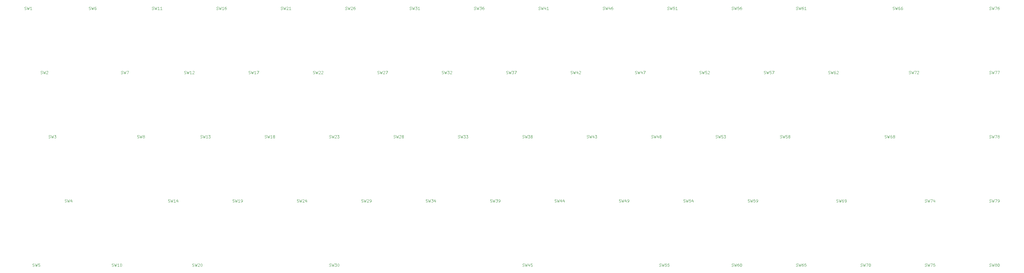
<source format=gto>
G04 #@! TF.GenerationSoftware,KiCad,Pcbnew,(5.1.8-0-10_14)*
G04 #@! TF.CreationDate,2021-11-24T06:39:14+09:00*
G04 #@! TF.ProjectId,tc69,74633639-2e6b-4696-9361-645f70636258,rev?*
G04 #@! TF.SameCoordinates,Original*
G04 #@! TF.FileFunction,Legend,Top*
G04 #@! TF.FilePolarity,Positive*
%FSLAX46Y46*%
G04 Gerber Fmt 4.6, Leading zero omitted, Abs format (unit mm)*
G04 Created by KiCad (PCBNEW (5.1.8-0-10_14)) date 2021-11-24 06:39:14*
%MOMM*%
%LPD*%
G01*
G04 APERTURE LIST*
%ADD10C,0.120000*%
%ADD11C,5.500000*%
%ADD12C,2.100000*%
G04 APERTURE END LIST*
D10*
X126544675Y-65212926D02*
X126658961Y-65251021D01*
X126849437Y-65251021D01*
X126925628Y-65212926D01*
X126963723Y-65174831D01*
X127001818Y-65098640D01*
X127001818Y-65022450D01*
X126963723Y-64946259D01*
X126925628Y-64908164D01*
X126849437Y-64870069D01*
X126697056Y-64831974D01*
X126620866Y-64793878D01*
X126582771Y-64755783D01*
X126544675Y-64679593D01*
X126544675Y-64603402D01*
X126582771Y-64527212D01*
X126620866Y-64489117D01*
X126697056Y-64451021D01*
X126887533Y-64451021D01*
X127001818Y-64489117D01*
X127268485Y-64451021D02*
X127458961Y-65251021D01*
X127611342Y-64679593D01*
X127763723Y-65251021D01*
X127954199Y-64451021D01*
X128182771Y-64451021D02*
X128678009Y-64451021D01*
X128411342Y-64755783D01*
X128525628Y-64755783D01*
X128601818Y-64793878D01*
X128639914Y-64831974D01*
X128678009Y-64908164D01*
X128678009Y-65098640D01*
X128639914Y-65174831D01*
X128601818Y-65212926D01*
X128525628Y-65251021D01*
X128297056Y-65251021D01*
X128220866Y-65212926D01*
X128182771Y-65174831D01*
X128982771Y-64527212D02*
X129020866Y-64489117D01*
X129097056Y-64451021D01*
X129287533Y-64451021D01*
X129363723Y-64489117D01*
X129401818Y-64527212D01*
X129439914Y-64603402D01*
X129439914Y-64679593D01*
X129401818Y-64793878D01*
X128944675Y-65251021D01*
X129439914Y-65251021D01*
X15006784Y-103312958D02*
X15121070Y-103351053D01*
X15311546Y-103351053D01*
X15387736Y-103312958D01*
X15425831Y-103274863D01*
X15463927Y-103198672D01*
X15463927Y-103122482D01*
X15425831Y-103046291D01*
X15387736Y-103008196D01*
X15311546Y-102970101D01*
X15159165Y-102932006D01*
X15082974Y-102893910D01*
X15044879Y-102855815D01*
X15006784Y-102779625D01*
X15006784Y-102703434D01*
X15044879Y-102627244D01*
X15082974Y-102589149D01*
X15159165Y-102551053D01*
X15349641Y-102551053D01*
X15463927Y-102589149D01*
X15730593Y-102551053D02*
X15921070Y-103351053D01*
X16073451Y-102779625D01*
X16225831Y-103351053D01*
X16416308Y-102551053D01*
X17063927Y-102817720D02*
X17063927Y-103351053D01*
X16873451Y-102512958D02*
X16682974Y-103084387D01*
X17178212Y-103084387D01*
X193219731Y-46162910D02*
X193334017Y-46201005D01*
X193524493Y-46201005D01*
X193600684Y-46162910D01*
X193638779Y-46124815D01*
X193676874Y-46048624D01*
X193676874Y-45972434D01*
X193638779Y-45896243D01*
X193600684Y-45858148D01*
X193524493Y-45820053D01*
X193372112Y-45781958D01*
X193295922Y-45743862D01*
X193257827Y-45705767D01*
X193219731Y-45629577D01*
X193219731Y-45553386D01*
X193257827Y-45477196D01*
X193295922Y-45439101D01*
X193372112Y-45401005D01*
X193562589Y-45401005D01*
X193676874Y-45439101D01*
X193943541Y-45401005D02*
X194134017Y-46201005D01*
X194286398Y-45629577D01*
X194438779Y-46201005D01*
X194629255Y-45401005D01*
X195314970Y-45401005D02*
X194934017Y-45401005D01*
X194895922Y-45781958D01*
X194934017Y-45743862D01*
X195010208Y-45705767D01*
X195200684Y-45705767D01*
X195276874Y-45743862D01*
X195314970Y-45781958D01*
X195353065Y-45858148D01*
X195353065Y-46048624D01*
X195314970Y-46124815D01*
X195276874Y-46162910D01*
X195200684Y-46201005D01*
X195010208Y-46201005D01*
X194934017Y-46162910D01*
X194895922Y-46124815D01*
X196114970Y-46201005D02*
X195657827Y-46201005D01*
X195886398Y-46201005D02*
X195886398Y-45401005D01*
X195810208Y-45515291D01*
X195734017Y-45591481D01*
X195657827Y-45629577D01*
X97969651Y-46162910D02*
X98083937Y-46201005D01*
X98274413Y-46201005D01*
X98350604Y-46162910D01*
X98388699Y-46124815D01*
X98426794Y-46048624D01*
X98426794Y-45972434D01*
X98388699Y-45896243D01*
X98350604Y-45858148D01*
X98274413Y-45820053D01*
X98122032Y-45781958D01*
X98045842Y-45743862D01*
X98007747Y-45705767D01*
X97969651Y-45629577D01*
X97969651Y-45553386D01*
X98007747Y-45477196D01*
X98045842Y-45439101D01*
X98122032Y-45401005D01*
X98312509Y-45401005D01*
X98426794Y-45439101D01*
X98693461Y-45401005D02*
X98883937Y-46201005D01*
X99036318Y-45629577D01*
X99188699Y-46201005D01*
X99379175Y-45401005D01*
X99645842Y-45477196D02*
X99683937Y-45439101D01*
X99760128Y-45401005D01*
X99950604Y-45401005D01*
X100026794Y-45439101D01*
X100064890Y-45477196D01*
X100102985Y-45553386D01*
X100102985Y-45629577D01*
X100064890Y-45743862D01*
X99607747Y-46201005D01*
X100102985Y-46201005D01*
X100788699Y-45401005D02*
X100636318Y-45401005D01*
X100560128Y-45439101D01*
X100522032Y-45477196D01*
X100445842Y-45591481D01*
X100407747Y-45743862D01*
X100407747Y-46048624D01*
X100445842Y-46124815D01*
X100483937Y-46162910D01*
X100560128Y-46201005D01*
X100712509Y-46201005D01*
X100788699Y-46162910D01*
X100826794Y-46124815D01*
X100864890Y-46048624D01*
X100864890Y-45858148D01*
X100826794Y-45781958D01*
X100788699Y-45743862D01*
X100712509Y-45705767D01*
X100560128Y-45705767D01*
X100483937Y-45743862D01*
X100445842Y-45781958D01*
X100407747Y-45858148D01*
X7863028Y-65212926D02*
X7977314Y-65251021D01*
X8167790Y-65251021D01*
X8243980Y-65212926D01*
X8282075Y-65174831D01*
X8320171Y-65098640D01*
X8320171Y-65022450D01*
X8282075Y-64946259D01*
X8243980Y-64908164D01*
X8167790Y-64870069D01*
X8015409Y-64831974D01*
X7939218Y-64793878D01*
X7901123Y-64755783D01*
X7863028Y-64679593D01*
X7863028Y-64603402D01*
X7901123Y-64527212D01*
X7939218Y-64489117D01*
X8015409Y-64451021D01*
X8205885Y-64451021D01*
X8320171Y-64489117D01*
X8586837Y-64451021D02*
X8777314Y-65251021D01*
X8929695Y-64679593D01*
X9082075Y-65251021D01*
X9272552Y-64451021D01*
X9539218Y-64527212D02*
X9577314Y-64489117D01*
X9653504Y-64451021D01*
X9843980Y-64451021D01*
X9920171Y-64489117D01*
X9958266Y-64527212D01*
X9996361Y-64603402D01*
X9996361Y-64679593D01*
X9958266Y-64793878D01*
X9501123Y-65251021D01*
X9996361Y-65251021D01*
X117019667Y-46162910D02*
X117133953Y-46201005D01*
X117324429Y-46201005D01*
X117400620Y-46162910D01*
X117438715Y-46124815D01*
X117476810Y-46048624D01*
X117476810Y-45972434D01*
X117438715Y-45896243D01*
X117400620Y-45858148D01*
X117324429Y-45820053D01*
X117172048Y-45781958D01*
X117095858Y-45743862D01*
X117057763Y-45705767D01*
X117019667Y-45629577D01*
X117019667Y-45553386D01*
X117057763Y-45477196D01*
X117095858Y-45439101D01*
X117172048Y-45401005D01*
X117362525Y-45401005D01*
X117476810Y-45439101D01*
X117743477Y-45401005D02*
X117933953Y-46201005D01*
X118086334Y-45629577D01*
X118238715Y-46201005D01*
X118429191Y-45401005D01*
X118657763Y-45401005D02*
X119153001Y-45401005D01*
X118886334Y-45705767D01*
X119000620Y-45705767D01*
X119076810Y-45743862D01*
X119114906Y-45781958D01*
X119153001Y-45858148D01*
X119153001Y-46048624D01*
X119114906Y-46124815D01*
X119076810Y-46162910D01*
X119000620Y-46201005D01*
X118772048Y-46201005D01*
X118695858Y-46162910D01*
X118657763Y-46124815D01*
X119914906Y-46201005D02*
X119457763Y-46201005D01*
X119686334Y-46201005D02*
X119686334Y-45401005D01*
X119610144Y-45515291D01*
X119533953Y-45591481D01*
X119457763Y-45629577D01*
X174169715Y-46162910D02*
X174284001Y-46201005D01*
X174474477Y-46201005D01*
X174550668Y-46162910D01*
X174588763Y-46124815D01*
X174626858Y-46048624D01*
X174626858Y-45972434D01*
X174588763Y-45896243D01*
X174550668Y-45858148D01*
X174474477Y-45820053D01*
X174322096Y-45781958D01*
X174245906Y-45743862D01*
X174207811Y-45705767D01*
X174169715Y-45629577D01*
X174169715Y-45553386D01*
X174207811Y-45477196D01*
X174245906Y-45439101D01*
X174322096Y-45401005D01*
X174512573Y-45401005D01*
X174626858Y-45439101D01*
X174893525Y-45401005D02*
X175084001Y-46201005D01*
X175236382Y-45629577D01*
X175388763Y-46201005D01*
X175579239Y-45401005D01*
X176226858Y-45667672D02*
X176226858Y-46201005D01*
X176036382Y-45362910D02*
X175845906Y-45934339D01*
X176341144Y-45934339D01*
X176988763Y-45401005D02*
X176836382Y-45401005D01*
X176760192Y-45439101D01*
X176722096Y-45477196D01*
X176645906Y-45591481D01*
X176607811Y-45743862D01*
X176607811Y-46048624D01*
X176645906Y-46124815D01*
X176684001Y-46162910D01*
X176760192Y-46201005D01*
X176912573Y-46201005D01*
X176988763Y-46162910D01*
X177026858Y-46124815D01*
X177064954Y-46048624D01*
X177064954Y-45858148D01*
X177026858Y-45781958D01*
X176988763Y-45743862D01*
X176912573Y-45705767D01*
X176760192Y-45705767D01*
X176684001Y-45743862D01*
X176645906Y-45781958D01*
X176607811Y-45858148D01*
X40819603Y-46162910D02*
X40933889Y-46201005D01*
X41124365Y-46201005D01*
X41200556Y-46162910D01*
X41238651Y-46124815D01*
X41276746Y-46048624D01*
X41276746Y-45972434D01*
X41238651Y-45896243D01*
X41200556Y-45858148D01*
X41124365Y-45820053D01*
X40971984Y-45781958D01*
X40895794Y-45743862D01*
X40857699Y-45705767D01*
X40819603Y-45629577D01*
X40819603Y-45553386D01*
X40857699Y-45477196D01*
X40895794Y-45439101D01*
X40971984Y-45401005D01*
X41162461Y-45401005D01*
X41276746Y-45439101D01*
X41543413Y-45401005D02*
X41733889Y-46201005D01*
X41886270Y-45629577D01*
X42038651Y-46201005D01*
X42229127Y-45401005D01*
X42952937Y-46201005D02*
X42495794Y-46201005D01*
X42724365Y-46201005D02*
X42724365Y-45401005D01*
X42648175Y-45515291D01*
X42571984Y-45591481D01*
X42495794Y-45629577D01*
X43714842Y-46201005D02*
X43257699Y-46201005D01*
X43486270Y-46201005D02*
X43486270Y-45401005D01*
X43410080Y-45515291D01*
X43333889Y-45591481D01*
X43257699Y-45629577D01*
X136069683Y-46162910D02*
X136183969Y-46201005D01*
X136374445Y-46201005D01*
X136450636Y-46162910D01*
X136488731Y-46124815D01*
X136526826Y-46048624D01*
X136526826Y-45972434D01*
X136488731Y-45896243D01*
X136450636Y-45858148D01*
X136374445Y-45820053D01*
X136222064Y-45781958D01*
X136145874Y-45743862D01*
X136107779Y-45705767D01*
X136069683Y-45629577D01*
X136069683Y-45553386D01*
X136107779Y-45477196D01*
X136145874Y-45439101D01*
X136222064Y-45401005D01*
X136412541Y-45401005D01*
X136526826Y-45439101D01*
X136793493Y-45401005D02*
X136983969Y-46201005D01*
X137136350Y-45629577D01*
X137288731Y-46201005D01*
X137479207Y-45401005D01*
X137707779Y-45401005D02*
X138203017Y-45401005D01*
X137936350Y-45705767D01*
X138050636Y-45705767D01*
X138126826Y-45743862D01*
X138164922Y-45781958D01*
X138203017Y-45858148D01*
X138203017Y-46048624D01*
X138164922Y-46124815D01*
X138126826Y-46162910D01*
X138050636Y-46201005D01*
X137822064Y-46201005D01*
X137745874Y-46162910D01*
X137707779Y-46124815D01*
X138888731Y-45401005D02*
X138736350Y-45401005D01*
X138660160Y-45439101D01*
X138622064Y-45477196D01*
X138545874Y-45591481D01*
X138507779Y-45743862D01*
X138507779Y-46048624D01*
X138545874Y-46124815D01*
X138583969Y-46162910D01*
X138660160Y-46201005D01*
X138812541Y-46201005D01*
X138888731Y-46162910D01*
X138926826Y-46124815D01*
X138964922Y-46048624D01*
X138964922Y-45858148D01*
X138926826Y-45781958D01*
X138888731Y-45743862D01*
X138812541Y-45705767D01*
X138660160Y-45705767D01*
X138583969Y-45743862D01*
X138545874Y-45781958D01*
X138507779Y-45858148D01*
X3100524Y-46162910D02*
X3214810Y-46201005D01*
X3405286Y-46201005D01*
X3481476Y-46162910D01*
X3519571Y-46124815D01*
X3557667Y-46048624D01*
X3557667Y-45972434D01*
X3519571Y-45896243D01*
X3481476Y-45858148D01*
X3405286Y-45820053D01*
X3252905Y-45781958D01*
X3176714Y-45743862D01*
X3138619Y-45705767D01*
X3100524Y-45629577D01*
X3100524Y-45553386D01*
X3138619Y-45477196D01*
X3176714Y-45439101D01*
X3252905Y-45401005D01*
X3443381Y-45401005D01*
X3557667Y-45439101D01*
X3824333Y-45401005D02*
X4014810Y-46201005D01*
X4167191Y-45629577D01*
X4319571Y-46201005D01*
X4510048Y-45401005D01*
X5233857Y-46201005D02*
X4776714Y-46201005D01*
X5005286Y-46201005D02*
X5005286Y-45401005D01*
X4929095Y-45515291D01*
X4852905Y-45591481D01*
X4776714Y-45629577D01*
X10244280Y-84262942D02*
X10358566Y-84301037D01*
X10549042Y-84301037D01*
X10625232Y-84262942D01*
X10663327Y-84224847D01*
X10701423Y-84148656D01*
X10701423Y-84072466D01*
X10663327Y-83996275D01*
X10625232Y-83958180D01*
X10549042Y-83920085D01*
X10396661Y-83881990D01*
X10320470Y-83843894D01*
X10282375Y-83805799D01*
X10244280Y-83729609D01*
X10244280Y-83653418D01*
X10282375Y-83577228D01*
X10320470Y-83539133D01*
X10396661Y-83501037D01*
X10587137Y-83501037D01*
X10701423Y-83539133D01*
X10968089Y-83501037D02*
X11158566Y-84301037D01*
X11310947Y-83729609D01*
X11463327Y-84301037D01*
X11653804Y-83501037D01*
X11882375Y-83501037D02*
X12377613Y-83501037D01*
X12110947Y-83805799D01*
X12225232Y-83805799D01*
X12301423Y-83843894D01*
X12339518Y-83881990D01*
X12377613Y-83958180D01*
X12377613Y-84148656D01*
X12339518Y-84224847D01*
X12301423Y-84262942D01*
X12225232Y-84301037D01*
X11996661Y-84301037D01*
X11920470Y-84262942D01*
X11882375Y-84224847D01*
X5481776Y-122362974D02*
X5596062Y-122401069D01*
X5786538Y-122401069D01*
X5862728Y-122362974D01*
X5900823Y-122324879D01*
X5938919Y-122248688D01*
X5938919Y-122172498D01*
X5900823Y-122096307D01*
X5862728Y-122058212D01*
X5786538Y-122020117D01*
X5634157Y-121982022D01*
X5557966Y-121943926D01*
X5519871Y-121905831D01*
X5481776Y-121829641D01*
X5481776Y-121753450D01*
X5519871Y-121677260D01*
X5557966Y-121639165D01*
X5634157Y-121601069D01*
X5824633Y-121601069D01*
X5938919Y-121639165D01*
X6205585Y-121601069D02*
X6396062Y-122401069D01*
X6548443Y-121829641D01*
X6700823Y-122401069D01*
X6891300Y-121601069D01*
X7577014Y-121601069D02*
X7196062Y-121601069D01*
X7157966Y-121982022D01*
X7196062Y-121943926D01*
X7272252Y-121905831D01*
X7462728Y-121905831D01*
X7538919Y-121943926D01*
X7577014Y-121982022D01*
X7615109Y-122058212D01*
X7615109Y-122248688D01*
X7577014Y-122324879D01*
X7538919Y-122362974D01*
X7462728Y-122401069D01*
X7272252Y-122401069D01*
X7196062Y-122362974D01*
X7157966Y-122324879D01*
X22150540Y-46162910D02*
X22264826Y-46201005D01*
X22455302Y-46201005D01*
X22531492Y-46162910D01*
X22569587Y-46124815D01*
X22607683Y-46048624D01*
X22607683Y-45972434D01*
X22569587Y-45896243D01*
X22531492Y-45858148D01*
X22455302Y-45820053D01*
X22302921Y-45781958D01*
X22226730Y-45743862D01*
X22188635Y-45705767D01*
X22150540Y-45629577D01*
X22150540Y-45553386D01*
X22188635Y-45477196D01*
X22226730Y-45439101D01*
X22302921Y-45401005D01*
X22493397Y-45401005D01*
X22607683Y-45439101D01*
X22874349Y-45401005D02*
X23064826Y-46201005D01*
X23217207Y-45629577D01*
X23369587Y-46201005D01*
X23560064Y-45401005D01*
X24207683Y-45401005D02*
X24055302Y-45401005D01*
X23979111Y-45439101D01*
X23941016Y-45477196D01*
X23864826Y-45591481D01*
X23826730Y-45743862D01*
X23826730Y-46048624D01*
X23864826Y-46124815D01*
X23902921Y-46162910D01*
X23979111Y-46201005D01*
X24131492Y-46201005D01*
X24207683Y-46162910D01*
X24245778Y-46124815D01*
X24283873Y-46048624D01*
X24283873Y-45858148D01*
X24245778Y-45781958D01*
X24207683Y-45743862D01*
X24131492Y-45705767D01*
X23979111Y-45705767D01*
X23902921Y-45743862D01*
X23864826Y-45781958D01*
X23826730Y-45858148D01*
X31675548Y-65212926D02*
X31789834Y-65251021D01*
X31980310Y-65251021D01*
X32056500Y-65212926D01*
X32094595Y-65174831D01*
X32132691Y-65098640D01*
X32132691Y-65022450D01*
X32094595Y-64946259D01*
X32056500Y-64908164D01*
X31980310Y-64870069D01*
X31827929Y-64831974D01*
X31751738Y-64793878D01*
X31713643Y-64755783D01*
X31675548Y-64679593D01*
X31675548Y-64603402D01*
X31713643Y-64527212D01*
X31751738Y-64489117D01*
X31827929Y-64451021D01*
X32018405Y-64451021D01*
X32132691Y-64489117D01*
X32399357Y-64451021D02*
X32589834Y-65251021D01*
X32742215Y-64679593D01*
X32894595Y-65251021D01*
X33085072Y-64451021D01*
X33313643Y-64451021D02*
X33846976Y-64451021D01*
X33504119Y-65251021D01*
X28913343Y-122362974D02*
X29027629Y-122401069D01*
X29218105Y-122401069D01*
X29294296Y-122362974D01*
X29332391Y-122324879D01*
X29370486Y-122248688D01*
X29370486Y-122172498D01*
X29332391Y-122096307D01*
X29294296Y-122058212D01*
X29218105Y-122020117D01*
X29065724Y-121982022D01*
X28989534Y-121943926D01*
X28951439Y-121905831D01*
X28913343Y-121829641D01*
X28913343Y-121753450D01*
X28951439Y-121677260D01*
X28989534Y-121639165D01*
X29065724Y-121601069D01*
X29256201Y-121601069D01*
X29370486Y-121639165D01*
X29637153Y-121601069D02*
X29827629Y-122401069D01*
X29980010Y-121829641D01*
X30132391Y-122401069D01*
X30322867Y-121601069D01*
X31046677Y-122401069D02*
X30589534Y-122401069D01*
X30818105Y-122401069D02*
X30818105Y-121601069D01*
X30741915Y-121715355D01*
X30665724Y-121791545D01*
X30589534Y-121829641D01*
X31541915Y-121601069D02*
X31618105Y-121601069D01*
X31694296Y-121639165D01*
X31732391Y-121677260D01*
X31770486Y-121753450D01*
X31808582Y-121905831D01*
X31808582Y-122096307D01*
X31770486Y-122248688D01*
X31732391Y-122324879D01*
X31694296Y-122362974D01*
X31618105Y-122401069D01*
X31541915Y-122401069D01*
X31465724Y-122362974D01*
X31427629Y-122324879D01*
X31389534Y-122248688D01*
X31351439Y-122096307D01*
X31351439Y-121905831D01*
X31389534Y-121753450D01*
X31427629Y-121677260D01*
X31465724Y-121639165D01*
X31541915Y-121601069D01*
X50344611Y-65212926D02*
X50458897Y-65251021D01*
X50649373Y-65251021D01*
X50725564Y-65212926D01*
X50763659Y-65174831D01*
X50801754Y-65098640D01*
X50801754Y-65022450D01*
X50763659Y-64946259D01*
X50725564Y-64908164D01*
X50649373Y-64870069D01*
X50496992Y-64831974D01*
X50420802Y-64793878D01*
X50382707Y-64755783D01*
X50344611Y-64679593D01*
X50344611Y-64603402D01*
X50382707Y-64527212D01*
X50420802Y-64489117D01*
X50496992Y-64451021D01*
X50687469Y-64451021D01*
X50801754Y-64489117D01*
X51068421Y-64451021D02*
X51258897Y-65251021D01*
X51411278Y-64679593D01*
X51563659Y-65251021D01*
X51754135Y-64451021D01*
X52477945Y-65251021D02*
X52020802Y-65251021D01*
X52249373Y-65251021D02*
X52249373Y-64451021D01*
X52173183Y-64565307D01*
X52096992Y-64641497D01*
X52020802Y-64679593D01*
X52782707Y-64527212D02*
X52820802Y-64489117D01*
X52896992Y-64451021D01*
X53087469Y-64451021D01*
X53163659Y-64489117D01*
X53201754Y-64527212D01*
X53239850Y-64603402D01*
X53239850Y-64679593D01*
X53201754Y-64793878D01*
X52744611Y-65251021D01*
X53239850Y-65251021D01*
X55107115Y-84262942D02*
X55221401Y-84301037D01*
X55411877Y-84301037D01*
X55488068Y-84262942D01*
X55526163Y-84224847D01*
X55564258Y-84148656D01*
X55564258Y-84072466D01*
X55526163Y-83996275D01*
X55488068Y-83958180D01*
X55411877Y-83920085D01*
X55259496Y-83881990D01*
X55183306Y-83843894D01*
X55145211Y-83805799D01*
X55107115Y-83729609D01*
X55107115Y-83653418D01*
X55145211Y-83577228D01*
X55183306Y-83539133D01*
X55259496Y-83501037D01*
X55449973Y-83501037D01*
X55564258Y-83539133D01*
X55830925Y-83501037D02*
X56021401Y-84301037D01*
X56173782Y-83729609D01*
X56326163Y-84301037D01*
X56516639Y-83501037D01*
X57240449Y-84301037D02*
X56783306Y-84301037D01*
X57011877Y-84301037D02*
X57011877Y-83501037D01*
X56935687Y-83615323D01*
X56859496Y-83691513D01*
X56783306Y-83729609D01*
X57507115Y-83501037D02*
X58002354Y-83501037D01*
X57735687Y-83805799D01*
X57849973Y-83805799D01*
X57926163Y-83843894D01*
X57964258Y-83881990D01*
X58002354Y-83958180D01*
X58002354Y-84148656D01*
X57964258Y-84224847D01*
X57926163Y-84262942D01*
X57849973Y-84301037D01*
X57621401Y-84301037D01*
X57545211Y-84262942D01*
X57507115Y-84224847D01*
X45582107Y-103312958D02*
X45696393Y-103351053D01*
X45886869Y-103351053D01*
X45963060Y-103312958D01*
X46001155Y-103274863D01*
X46039250Y-103198672D01*
X46039250Y-103122482D01*
X46001155Y-103046291D01*
X45963060Y-103008196D01*
X45886869Y-102970101D01*
X45734488Y-102932006D01*
X45658298Y-102893910D01*
X45620203Y-102855815D01*
X45582107Y-102779625D01*
X45582107Y-102703434D01*
X45620203Y-102627244D01*
X45658298Y-102589149D01*
X45734488Y-102551053D01*
X45924965Y-102551053D01*
X46039250Y-102589149D01*
X46305917Y-102551053D02*
X46496393Y-103351053D01*
X46648774Y-102779625D01*
X46801155Y-103351053D01*
X46991631Y-102551053D01*
X47715441Y-103351053D02*
X47258298Y-103351053D01*
X47486869Y-103351053D02*
X47486869Y-102551053D01*
X47410679Y-102665339D01*
X47334488Y-102741529D01*
X47258298Y-102779625D01*
X48401155Y-102817720D02*
X48401155Y-103351053D01*
X48210679Y-102512958D02*
X48020203Y-103084387D01*
X48515441Y-103084387D01*
X59869619Y-46162910D02*
X59983905Y-46201005D01*
X60174381Y-46201005D01*
X60250572Y-46162910D01*
X60288667Y-46124815D01*
X60326762Y-46048624D01*
X60326762Y-45972434D01*
X60288667Y-45896243D01*
X60250572Y-45858148D01*
X60174381Y-45820053D01*
X60022000Y-45781958D01*
X59945810Y-45743862D01*
X59907715Y-45705767D01*
X59869619Y-45629577D01*
X59869619Y-45553386D01*
X59907715Y-45477196D01*
X59945810Y-45439101D01*
X60022000Y-45401005D01*
X60212477Y-45401005D01*
X60326762Y-45439101D01*
X60593429Y-45401005D02*
X60783905Y-46201005D01*
X60936286Y-45629577D01*
X61088667Y-46201005D01*
X61279143Y-45401005D01*
X62002953Y-46201005D02*
X61545810Y-46201005D01*
X61774381Y-46201005D02*
X61774381Y-45401005D01*
X61698191Y-45515291D01*
X61622000Y-45591481D01*
X61545810Y-45629577D01*
X62688667Y-45401005D02*
X62536286Y-45401005D01*
X62460096Y-45439101D01*
X62422000Y-45477196D01*
X62345810Y-45591481D01*
X62307715Y-45743862D01*
X62307715Y-46048624D01*
X62345810Y-46124815D01*
X62383905Y-46162910D01*
X62460096Y-46201005D01*
X62612477Y-46201005D01*
X62688667Y-46162910D01*
X62726762Y-46124815D01*
X62764858Y-46048624D01*
X62764858Y-45858148D01*
X62726762Y-45781958D01*
X62688667Y-45743862D01*
X62612477Y-45705767D01*
X62460096Y-45705767D01*
X62383905Y-45743862D01*
X62345810Y-45781958D01*
X62307715Y-45858148D01*
X69394627Y-65212926D02*
X69508913Y-65251021D01*
X69699389Y-65251021D01*
X69775580Y-65212926D01*
X69813675Y-65174831D01*
X69851770Y-65098640D01*
X69851770Y-65022450D01*
X69813675Y-64946259D01*
X69775580Y-64908164D01*
X69699389Y-64870069D01*
X69547008Y-64831974D01*
X69470818Y-64793878D01*
X69432723Y-64755783D01*
X69394627Y-64679593D01*
X69394627Y-64603402D01*
X69432723Y-64527212D01*
X69470818Y-64489117D01*
X69547008Y-64451021D01*
X69737485Y-64451021D01*
X69851770Y-64489117D01*
X70118437Y-64451021D02*
X70308913Y-65251021D01*
X70461294Y-64679593D01*
X70613675Y-65251021D01*
X70804151Y-64451021D01*
X71527961Y-65251021D02*
X71070818Y-65251021D01*
X71299389Y-65251021D02*
X71299389Y-64451021D01*
X71223199Y-64565307D01*
X71147008Y-64641497D01*
X71070818Y-64679593D01*
X71794627Y-64451021D02*
X72327961Y-64451021D01*
X71985104Y-65251021D01*
X74157131Y-84262942D02*
X74271417Y-84301037D01*
X74461893Y-84301037D01*
X74538084Y-84262942D01*
X74576179Y-84224847D01*
X74614274Y-84148656D01*
X74614274Y-84072466D01*
X74576179Y-83996275D01*
X74538084Y-83958180D01*
X74461893Y-83920085D01*
X74309512Y-83881990D01*
X74233322Y-83843894D01*
X74195227Y-83805799D01*
X74157131Y-83729609D01*
X74157131Y-83653418D01*
X74195227Y-83577228D01*
X74233322Y-83539133D01*
X74309512Y-83501037D01*
X74499989Y-83501037D01*
X74614274Y-83539133D01*
X74880941Y-83501037D02*
X75071417Y-84301037D01*
X75223798Y-83729609D01*
X75376179Y-84301037D01*
X75566655Y-83501037D01*
X76290465Y-84301037D02*
X75833322Y-84301037D01*
X76061893Y-84301037D02*
X76061893Y-83501037D01*
X75985703Y-83615323D01*
X75909512Y-83691513D01*
X75833322Y-83729609D01*
X76747608Y-83843894D02*
X76671417Y-83805799D01*
X76633322Y-83767704D01*
X76595227Y-83691513D01*
X76595227Y-83653418D01*
X76633322Y-83577228D01*
X76671417Y-83539133D01*
X76747608Y-83501037D01*
X76899989Y-83501037D01*
X76976179Y-83539133D01*
X77014274Y-83577228D01*
X77052370Y-83653418D01*
X77052370Y-83691513D01*
X77014274Y-83767704D01*
X76976179Y-83805799D01*
X76899989Y-83843894D01*
X76747608Y-83843894D01*
X76671417Y-83881990D01*
X76633322Y-83920085D01*
X76595227Y-83996275D01*
X76595227Y-84148656D01*
X76633322Y-84224847D01*
X76671417Y-84262942D01*
X76747608Y-84301037D01*
X76899989Y-84301037D01*
X76976179Y-84262942D01*
X77014274Y-84224847D01*
X77052370Y-84148656D01*
X77052370Y-83996275D01*
X77014274Y-83920085D01*
X76976179Y-83881990D01*
X76899989Y-83843894D01*
X64632123Y-103312958D02*
X64746409Y-103351053D01*
X64936885Y-103351053D01*
X65013076Y-103312958D01*
X65051171Y-103274863D01*
X65089266Y-103198672D01*
X65089266Y-103122482D01*
X65051171Y-103046291D01*
X65013076Y-103008196D01*
X64936885Y-102970101D01*
X64784504Y-102932006D01*
X64708314Y-102893910D01*
X64670219Y-102855815D01*
X64632123Y-102779625D01*
X64632123Y-102703434D01*
X64670219Y-102627244D01*
X64708314Y-102589149D01*
X64784504Y-102551053D01*
X64974981Y-102551053D01*
X65089266Y-102589149D01*
X65355933Y-102551053D02*
X65546409Y-103351053D01*
X65698790Y-102779625D01*
X65851171Y-103351053D01*
X66041647Y-102551053D01*
X66765457Y-103351053D02*
X66308314Y-103351053D01*
X66536885Y-103351053D02*
X66536885Y-102551053D01*
X66460695Y-102665339D01*
X66384504Y-102741529D01*
X66308314Y-102779625D01*
X67146409Y-103351053D02*
X67298790Y-103351053D01*
X67374981Y-103312958D01*
X67413076Y-103274863D01*
X67489266Y-103160577D01*
X67527362Y-103008196D01*
X67527362Y-102703434D01*
X67489266Y-102627244D01*
X67451171Y-102589149D01*
X67374981Y-102551053D01*
X67222600Y-102551053D01*
X67146409Y-102589149D01*
X67108314Y-102627244D01*
X67070219Y-102703434D01*
X67070219Y-102893910D01*
X67108314Y-102970101D01*
X67146409Y-103008196D01*
X67222600Y-103046291D01*
X67374981Y-103046291D01*
X67451171Y-103008196D01*
X67489266Y-102970101D01*
X67527362Y-102893910D01*
X52725863Y-122362974D02*
X52840149Y-122401069D01*
X53030625Y-122401069D01*
X53106816Y-122362974D01*
X53144911Y-122324879D01*
X53183006Y-122248688D01*
X53183006Y-122172498D01*
X53144911Y-122096307D01*
X53106816Y-122058212D01*
X53030625Y-122020117D01*
X52878244Y-121982022D01*
X52802054Y-121943926D01*
X52763959Y-121905831D01*
X52725863Y-121829641D01*
X52725863Y-121753450D01*
X52763959Y-121677260D01*
X52802054Y-121639165D01*
X52878244Y-121601069D01*
X53068721Y-121601069D01*
X53183006Y-121639165D01*
X53449673Y-121601069D02*
X53640149Y-122401069D01*
X53792530Y-121829641D01*
X53944911Y-122401069D01*
X54135387Y-121601069D01*
X54402054Y-121677260D02*
X54440149Y-121639165D01*
X54516340Y-121601069D01*
X54706816Y-121601069D01*
X54783006Y-121639165D01*
X54821102Y-121677260D01*
X54859197Y-121753450D01*
X54859197Y-121829641D01*
X54821102Y-121943926D01*
X54363959Y-122401069D01*
X54859197Y-122401069D01*
X55354435Y-121601069D02*
X55430625Y-121601069D01*
X55506816Y-121639165D01*
X55544911Y-121677260D01*
X55583006Y-121753450D01*
X55621102Y-121905831D01*
X55621102Y-122096307D01*
X55583006Y-122248688D01*
X55544911Y-122324879D01*
X55506816Y-122362974D01*
X55430625Y-122401069D01*
X55354435Y-122401069D01*
X55278244Y-122362974D01*
X55240149Y-122324879D01*
X55202054Y-122248688D01*
X55163959Y-122096307D01*
X55163959Y-121905831D01*
X55202054Y-121753450D01*
X55240149Y-121677260D01*
X55278244Y-121639165D01*
X55354435Y-121601069D01*
X78919635Y-46162910D02*
X79033921Y-46201005D01*
X79224397Y-46201005D01*
X79300588Y-46162910D01*
X79338683Y-46124815D01*
X79376778Y-46048624D01*
X79376778Y-45972434D01*
X79338683Y-45896243D01*
X79300588Y-45858148D01*
X79224397Y-45820053D01*
X79072016Y-45781958D01*
X78995826Y-45743862D01*
X78957731Y-45705767D01*
X78919635Y-45629577D01*
X78919635Y-45553386D01*
X78957731Y-45477196D01*
X78995826Y-45439101D01*
X79072016Y-45401005D01*
X79262493Y-45401005D01*
X79376778Y-45439101D01*
X79643445Y-45401005D02*
X79833921Y-46201005D01*
X79986302Y-45629577D01*
X80138683Y-46201005D01*
X80329159Y-45401005D01*
X80595826Y-45477196D02*
X80633921Y-45439101D01*
X80710112Y-45401005D01*
X80900588Y-45401005D01*
X80976778Y-45439101D01*
X81014874Y-45477196D01*
X81052969Y-45553386D01*
X81052969Y-45629577D01*
X81014874Y-45743862D01*
X80557731Y-46201005D01*
X81052969Y-46201005D01*
X81814874Y-46201005D02*
X81357731Y-46201005D01*
X81586302Y-46201005D02*
X81586302Y-45401005D01*
X81510112Y-45515291D01*
X81433921Y-45591481D01*
X81357731Y-45629577D01*
X88444643Y-65212926D02*
X88558929Y-65251021D01*
X88749405Y-65251021D01*
X88825596Y-65212926D01*
X88863691Y-65174831D01*
X88901786Y-65098640D01*
X88901786Y-65022450D01*
X88863691Y-64946259D01*
X88825596Y-64908164D01*
X88749405Y-64870069D01*
X88597024Y-64831974D01*
X88520834Y-64793878D01*
X88482739Y-64755783D01*
X88444643Y-64679593D01*
X88444643Y-64603402D01*
X88482739Y-64527212D01*
X88520834Y-64489117D01*
X88597024Y-64451021D01*
X88787501Y-64451021D01*
X88901786Y-64489117D01*
X89168453Y-64451021D02*
X89358929Y-65251021D01*
X89511310Y-64679593D01*
X89663691Y-65251021D01*
X89854167Y-64451021D01*
X90120834Y-64527212D02*
X90158929Y-64489117D01*
X90235120Y-64451021D01*
X90425596Y-64451021D01*
X90501786Y-64489117D01*
X90539882Y-64527212D01*
X90577977Y-64603402D01*
X90577977Y-64679593D01*
X90539882Y-64793878D01*
X90082739Y-65251021D01*
X90577977Y-65251021D01*
X90882739Y-64527212D02*
X90920834Y-64489117D01*
X90997024Y-64451021D01*
X91187501Y-64451021D01*
X91263691Y-64489117D01*
X91301786Y-64527212D01*
X91339882Y-64603402D01*
X91339882Y-64679593D01*
X91301786Y-64793878D01*
X90844643Y-65251021D01*
X91339882Y-65251021D01*
X93207147Y-84262942D02*
X93321433Y-84301037D01*
X93511909Y-84301037D01*
X93588100Y-84262942D01*
X93626195Y-84224847D01*
X93664290Y-84148656D01*
X93664290Y-84072466D01*
X93626195Y-83996275D01*
X93588100Y-83958180D01*
X93511909Y-83920085D01*
X93359528Y-83881990D01*
X93283338Y-83843894D01*
X93245243Y-83805799D01*
X93207147Y-83729609D01*
X93207147Y-83653418D01*
X93245243Y-83577228D01*
X93283338Y-83539133D01*
X93359528Y-83501037D01*
X93550005Y-83501037D01*
X93664290Y-83539133D01*
X93930957Y-83501037D02*
X94121433Y-84301037D01*
X94273814Y-83729609D01*
X94426195Y-84301037D01*
X94616671Y-83501037D01*
X94883338Y-83577228D02*
X94921433Y-83539133D01*
X94997624Y-83501037D01*
X95188100Y-83501037D01*
X95264290Y-83539133D01*
X95302386Y-83577228D01*
X95340481Y-83653418D01*
X95340481Y-83729609D01*
X95302386Y-83843894D01*
X94845243Y-84301037D01*
X95340481Y-84301037D01*
X95607147Y-83501037D02*
X96102386Y-83501037D01*
X95835719Y-83805799D01*
X95950005Y-83805799D01*
X96026195Y-83843894D01*
X96064290Y-83881990D01*
X96102386Y-83958180D01*
X96102386Y-84148656D01*
X96064290Y-84224847D01*
X96026195Y-84262942D01*
X95950005Y-84301037D01*
X95721433Y-84301037D01*
X95645243Y-84262942D01*
X95607147Y-84224847D01*
X83682139Y-103312958D02*
X83796425Y-103351053D01*
X83986901Y-103351053D01*
X84063092Y-103312958D01*
X84101187Y-103274863D01*
X84139282Y-103198672D01*
X84139282Y-103122482D01*
X84101187Y-103046291D01*
X84063092Y-103008196D01*
X83986901Y-102970101D01*
X83834520Y-102932006D01*
X83758330Y-102893910D01*
X83720235Y-102855815D01*
X83682139Y-102779625D01*
X83682139Y-102703434D01*
X83720235Y-102627244D01*
X83758330Y-102589149D01*
X83834520Y-102551053D01*
X84024997Y-102551053D01*
X84139282Y-102589149D01*
X84405949Y-102551053D02*
X84596425Y-103351053D01*
X84748806Y-102779625D01*
X84901187Y-103351053D01*
X85091663Y-102551053D01*
X85358330Y-102627244D02*
X85396425Y-102589149D01*
X85472616Y-102551053D01*
X85663092Y-102551053D01*
X85739282Y-102589149D01*
X85777378Y-102627244D01*
X85815473Y-102703434D01*
X85815473Y-102779625D01*
X85777378Y-102893910D01*
X85320235Y-103351053D01*
X85815473Y-103351053D01*
X86501187Y-102817720D02*
X86501187Y-103351053D01*
X86310711Y-102512958D02*
X86120235Y-103084387D01*
X86615473Y-103084387D01*
X107494659Y-65212926D02*
X107608945Y-65251021D01*
X107799421Y-65251021D01*
X107875612Y-65212926D01*
X107913707Y-65174831D01*
X107951802Y-65098640D01*
X107951802Y-65022450D01*
X107913707Y-64946259D01*
X107875612Y-64908164D01*
X107799421Y-64870069D01*
X107647040Y-64831974D01*
X107570850Y-64793878D01*
X107532755Y-64755783D01*
X107494659Y-64679593D01*
X107494659Y-64603402D01*
X107532755Y-64527212D01*
X107570850Y-64489117D01*
X107647040Y-64451021D01*
X107837517Y-64451021D01*
X107951802Y-64489117D01*
X108218469Y-64451021D02*
X108408945Y-65251021D01*
X108561326Y-64679593D01*
X108713707Y-65251021D01*
X108904183Y-64451021D01*
X109170850Y-64527212D02*
X109208945Y-64489117D01*
X109285136Y-64451021D01*
X109475612Y-64451021D01*
X109551802Y-64489117D01*
X109589898Y-64527212D01*
X109627993Y-64603402D01*
X109627993Y-64679593D01*
X109589898Y-64793878D01*
X109132755Y-65251021D01*
X109627993Y-65251021D01*
X109894659Y-64451021D02*
X110427993Y-64451021D01*
X110085136Y-65251021D01*
X112257163Y-84262942D02*
X112371449Y-84301037D01*
X112561925Y-84301037D01*
X112638116Y-84262942D01*
X112676211Y-84224847D01*
X112714306Y-84148656D01*
X112714306Y-84072466D01*
X112676211Y-83996275D01*
X112638116Y-83958180D01*
X112561925Y-83920085D01*
X112409544Y-83881990D01*
X112333354Y-83843894D01*
X112295259Y-83805799D01*
X112257163Y-83729609D01*
X112257163Y-83653418D01*
X112295259Y-83577228D01*
X112333354Y-83539133D01*
X112409544Y-83501037D01*
X112600021Y-83501037D01*
X112714306Y-83539133D01*
X112980973Y-83501037D02*
X113171449Y-84301037D01*
X113323830Y-83729609D01*
X113476211Y-84301037D01*
X113666687Y-83501037D01*
X113933354Y-83577228D02*
X113971449Y-83539133D01*
X114047640Y-83501037D01*
X114238116Y-83501037D01*
X114314306Y-83539133D01*
X114352402Y-83577228D01*
X114390497Y-83653418D01*
X114390497Y-83729609D01*
X114352402Y-83843894D01*
X113895259Y-84301037D01*
X114390497Y-84301037D01*
X114847640Y-83843894D02*
X114771449Y-83805799D01*
X114733354Y-83767704D01*
X114695259Y-83691513D01*
X114695259Y-83653418D01*
X114733354Y-83577228D01*
X114771449Y-83539133D01*
X114847640Y-83501037D01*
X115000021Y-83501037D01*
X115076211Y-83539133D01*
X115114306Y-83577228D01*
X115152402Y-83653418D01*
X115152402Y-83691513D01*
X115114306Y-83767704D01*
X115076211Y-83805799D01*
X115000021Y-83843894D01*
X114847640Y-83843894D01*
X114771449Y-83881990D01*
X114733354Y-83920085D01*
X114695259Y-83996275D01*
X114695259Y-84148656D01*
X114733354Y-84224847D01*
X114771449Y-84262942D01*
X114847640Y-84301037D01*
X115000021Y-84301037D01*
X115076211Y-84262942D01*
X115114306Y-84224847D01*
X115152402Y-84148656D01*
X115152402Y-83996275D01*
X115114306Y-83920085D01*
X115076211Y-83881990D01*
X115000021Y-83843894D01*
X102732155Y-103312958D02*
X102846441Y-103351053D01*
X103036917Y-103351053D01*
X103113108Y-103312958D01*
X103151203Y-103274863D01*
X103189298Y-103198672D01*
X103189298Y-103122482D01*
X103151203Y-103046291D01*
X103113108Y-103008196D01*
X103036917Y-102970101D01*
X102884536Y-102932006D01*
X102808346Y-102893910D01*
X102770251Y-102855815D01*
X102732155Y-102779625D01*
X102732155Y-102703434D01*
X102770251Y-102627244D01*
X102808346Y-102589149D01*
X102884536Y-102551053D01*
X103075013Y-102551053D01*
X103189298Y-102589149D01*
X103455965Y-102551053D02*
X103646441Y-103351053D01*
X103798822Y-102779625D01*
X103951203Y-103351053D01*
X104141679Y-102551053D01*
X104408346Y-102627244D02*
X104446441Y-102589149D01*
X104522632Y-102551053D01*
X104713108Y-102551053D01*
X104789298Y-102589149D01*
X104827394Y-102627244D01*
X104865489Y-102703434D01*
X104865489Y-102779625D01*
X104827394Y-102893910D01*
X104370251Y-103351053D01*
X104865489Y-103351053D01*
X105246441Y-103351053D02*
X105398822Y-103351053D01*
X105475013Y-103312958D01*
X105513108Y-103274863D01*
X105589298Y-103160577D01*
X105627394Y-103008196D01*
X105627394Y-102703434D01*
X105589298Y-102627244D01*
X105551203Y-102589149D01*
X105475013Y-102551053D01*
X105322632Y-102551053D01*
X105246441Y-102589149D01*
X105208346Y-102627244D01*
X105170251Y-102703434D01*
X105170251Y-102893910D01*
X105208346Y-102970101D01*
X105246441Y-103008196D01*
X105322632Y-103046291D01*
X105475013Y-103046291D01*
X105551203Y-103008196D01*
X105589298Y-102970101D01*
X105627394Y-102893910D01*
X93207147Y-122362974D02*
X93321433Y-122401069D01*
X93511909Y-122401069D01*
X93588100Y-122362974D01*
X93626195Y-122324879D01*
X93664290Y-122248688D01*
X93664290Y-122172498D01*
X93626195Y-122096307D01*
X93588100Y-122058212D01*
X93511909Y-122020117D01*
X93359528Y-121982022D01*
X93283338Y-121943926D01*
X93245243Y-121905831D01*
X93207147Y-121829641D01*
X93207147Y-121753450D01*
X93245243Y-121677260D01*
X93283338Y-121639165D01*
X93359528Y-121601069D01*
X93550005Y-121601069D01*
X93664290Y-121639165D01*
X93930957Y-121601069D02*
X94121433Y-122401069D01*
X94273814Y-121829641D01*
X94426195Y-122401069D01*
X94616671Y-121601069D01*
X94845243Y-121601069D02*
X95340481Y-121601069D01*
X95073814Y-121905831D01*
X95188100Y-121905831D01*
X95264290Y-121943926D01*
X95302386Y-121982022D01*
X95340481Y-122058212D01*
X95340481Y-122248688D01*
X95302386Y-122324879D01*
X95264290Y-122362974D01*
X95188100Y-122401069D01*
X94959528Y-122401069D01*
X94883338Y-122362974D01*
X94845243Y-122324879D01*
X95835719Y-121601069D02*
X95911909Y-121601069D01*
X95988100Y-121639165D01*
X96026195Y-121677260D01*
X96064290Y-121753450D01*
X96102386Y-121905831D01*
X96102386Y-122096307D01*
X96064290Y-122248688D01*
X96026195Y-122324879D01*
X95988100Y-122362974D01*
X95911909Y-122401069D01*
X95835719Y-122401069D01*
X95759528Y-122362974D01*
X95721433Y-122324879D01*
X95683338Y-122248688D01*
X95645243Y-122096307D01*
X95645243Y-121905831D01*
X95683338Y-121753450D01*
X95721433Y-121677260D01*
X95759528Y-121639165D01*
X95835719Y-121601069D01*
X131307179Y-84262942D02*
X131421465Y-84301037D01*
X131611941Y-84301037D01*
X131688132Y-84262942D01*
X131726227Y-84224847D01*
X131764322Y-84148656D01*
X131764322Y-84072466D01*
X131726227Y-83996275D01*
X131688132Y-83958180D01*
X131611941Y-83920085D01*
X131459560Y-83881990D01*
X131383370Y-83843894D01*
X131345275Y-83805799D01*
X131307179Y-83729609D01*
X131307179Y-83653418D01*
X131345275Y-83577228D01*
X131383370Y-83539133D01*
X131459560Y-83501037D01*
X131650037Y-83501037D01*
X131764322Y-83539133D01*
X132030989Y-83501037D02*
X132221465Y-84301037D01*
X132373846Y-83729609D01*
X132526227Y-84301037D01*
X132716703Y-83501037D01*
X132945275Y-83501037D02*
X133440513Y-83501037D01*
X133173846Y-83805799D01*
X133288132Y-83805799D01*
X133364322Y-83843894D01*
X133402418Y-83881990D01*
X133440513Y-83958180D01*
X133440513Y-84148656D01*
X133402418Y-84224847D01*
X133364322Y-84262942D01*
X133288132Y-84301037D01*
X133059560Y-84301037D01*
X132983370Y-84262942D01*
X132945275Y-84224847D01*
X133707179Y-83501037D02*
X134202418Y-83501037D01*
X133935751Y-83805799D01*
X134050037Y-83805799D01*
X134126227Y-83843894D01*
X134164322Y-83881990D01*
X134202418Y-83958180D01*
X134202418Y-84148656D01*
X134164322Y-84224847D01*
X134126227Y-84262942D01*
X134050037Y-84301037D01*
X133821465Y-84301037D01*
X133745275Y-84262942D01*
X133707179Y-84224847D01*
X121782171Y-103312958D02*
X121896457Y-103351053D01*
X122086933Y-103351053D01*
X122163124Y-103312958D01*
X122201219Y-103274863D01*
X122239314Y-103198672D01*
X122239314Y-103122482D01*
X122201219Y-103046291D01*
X122163124Y-103008196D01*
X122086933Y-102970101D01*
X121934552Y-102932006D01*
X121858362Y-102893910D01*
X121820267Y-102855815D01*
X121782171Y-102779625D01*
X121782171Y-102703434D01*
X121820267Y-102627244D01*
X121858362Y-102589149D01*
X121934552Y-102551053D01*
X122125029Y-102551053D01*
X122239314Y-102589149D01*
X122505981Y-102551053D02*
X122696457Y-103351053D01*
X122848838Y-102779625D01*
X123001219Y-103351053D01*
X123191695Y-102551053D01*
X123420267Y-102551053D02*
X123915505Y-102551053D01*
X123648838Y-102855815D01*
X123763124Y-102855815D01*
X123839314Y-102893910D01*
X123877410Y-102932006D01*
X123915505Y-103008196D01*
X123915505Y-103198672D01*
X123877410Y-103274863D01*
X123839314Y-103312958D01*
X123763124Y-103351053D01*
X123534552Y-103351053D01*
X123458362Y-103312958D01*
X123420267Y-103274863D01*
X124601219Y-102817720D02*
X124601219Y-103351053D01*
X124410743Y-102512958D02*
X124220267Y-103084387D01*
X124715505Y-103084387D01*
X145594691Y-65212926D02*
X145708977Y-65251021D01*
X145899453Y-65251021D01*
X145975644Y-65212926D01*
X146013739Y-65174831D01*
X146051834Y-65098640D01*
X146051834Y-65022450D01*
X146013739Y-64946259D01*
X145975644Y-64908164D01*
X145899453Y-64870069D01*
X145747072Y-64831974D01*
X145670882Y-64793878D01*
X145632787Y-64755783D01*
X145594691Y-64679593D01*
X145594691Y-64603402D01*
X145632787Y-64527212D01*
X145670882Y-64489117D01*
X145747072Y-64451021D01*
X145937549Y-64451021D01*
X146051834Y-64489117D01*
X146318501Y-64451021D02*
X146508977Y-65251021D01*
X146661358Y-64679593D01*
X146813739Y-65251021D01*
X147004215Y-64451021D01*
X147232787Y-64451021D02*
X147728025Y-64451021D01*
X147461358Y-64755783D01*
X147575644Y-64755783D01*
X147651834Y-64793878D01*
X147689930Y-64831974D01*
X147728025Y-64908164D01*
X147728025Y-65098640D01*
X147689930Y-65174831D01*
X147651834Y-65212926D01*
X147575644Y-65251021D01*
X147347072Y-65251021D01*
X147270882Y-65212926D01*
X147232787Y-65174831D01*
X147994691Y-64451021D02*
X148528025Y-64451021D01*
X148185168Y-65251021D01*
X150357195Y-84262942D02*
X150471481Y-84301037D01*
X150661957Y-84301037D01*
X150738148Y-84262942D01*
X150776243Y-84224847D01*
X150814338Y-84148656D01*
X150814338Y-84072466D01*
X150776243Y-83996275D01*
X150738148Y-83958180D01*
X150661957Y-83920085D01*
X150509576Y-83881990D01*
X150433386Y-83843894D01*
X150395291Y-83805799D01*
X150357195Y-83729609D01*
X150357195Y-83653418D01*
X150395291Y-83577228D01*
X150433386Y-83539133D01*
X150509576Y-83501037D01*
X150700053Y-83501037D01*
X150814338Y-83539133D01*
X151081005Y-83501037D02*
X151271481Y-84301037D01*
X151423862Y-83729609D01*
X151576243Y-84301037D01*
X151766719Y-83501037D01*
X151995291Y-83501037D02*
X152490529Y-83501037D01*
X152223862Y-83805799D01*
X152338148Y-83805799D01*
X152414338Y-83843894D01*
X152452434Y-83881990D01*
X152490529Y-83958180D01*
X152490529Y-84148656D01*
X152452434Y-84224847D01*
X152414338Y-84262942D01*
X152338148Y-84301037D01*
X152109576Y-84301037D01*
X152033386Y-84262942D01*
X151995291Y-84224847D01*
X152947672Y-83843894D02*
X152871481Y-83805799D01*
X152833386Y-83767704D01*
X152795291Y-83691513D01*
X152795291Y-83653418D01*
X152833386Y-83577228D01*
X152871481Y-83539133D01*
X152947672Y-83501037D01*
X153100053Y-83501037D01*
X153176243Y-83539133D01*
X153214338Y-83577228D01*
X153252434Y-83653418D01*
X153252434Y-83691513D01*
X153214338Y-83767704D01*
X153176243Y-83805799D01*
X153100053Y-83843894D01*
X152947672Y-83843894D01*
X152871481Y-83881990D01*
X152833386Y-83920085D01*
X152795291Y-83996275D01*
X152795291Y-84148656D01*
X152833386Y-84224847D01*
X152871481Y-84262942D01*
X152947672Y-84301037D01*
X153100053Y-84301037D01*
X153176243Y-84262942D01*
X153214338Y-84224847D01*
X153252434Y-84148656D01*
X153252434Y-83996275D01*
X153214338Y-83920085D01*
X153176243Y-83881990D01*
X153100053Y-83843894D01*
X140832187Y-103312958D02*
X140946473Y-103351053D01*
X141136949Y-103351053D01*
X141213140Y-103312958D01*
X141251235Y-103274863D01*
X141289330Y-103198672D01*
X141289330Y-103122482D01*
X141251235Y-103046291D01*
X141213140Y-103008196D01*
X141136949Y-102970101D01*
X140984568Y-102932006D01*
X140908378Y-102893910D01*
X140870283Y-102855815D01*
X140832187Y-102779625D01*
X140832187Y-102703434D01*
X140870283Y-102627244D01*
X140908378Y-102589149D01*
X140984568Y-102551053D01*
X141175045Y-102551053D01*
X141289330Y-102589149D01*
X141555997Y-102551053D02*
X141746473Y-103351053D01*
X141898854Y-102779625D01*
X142051235Y-103351053D01*
X142241711Y-102551053D01*
X142470283Y-102551053D02*
X142965521Y-102551053D01*
X142698854Y-102855815D01*
X142813140Y-102855815D01*
X142889330Y-102893910D01*
X142927426Y-102932006D01*
X142965521Y-103008196D01*
X142965521Y-103198672D01*
X142927426Y-103274863D01*
X142889330Y-103312958D01*
X142813140Y-103351053D01*
X142584568Y-103351053D01*
X142508378Y-103312958D01*
X142470283Y-103274863D01*
X143346473Y-103351053D02*
X143498854Y-103351053D01*
X143575045Y-103312958D01*
X143613140Y-103274863D01*
X143689330Y-103160577D01*
X143727426Y-103008196D01*
X143727426Y-102703434D01*
X143689330Y-102627244D01*
X143651235Y-102589149D01*
X143575045Y-102551053D01*
X143422664Y-102551053D01*
X143346473Y-102589149D01*
X143308378Y-102627244D01*
X143270283Y-102703434D01*
X143270283Y-102893910D01*
X143308378Y-102970101D01*
X143346473Y-103008196D01*
X143422664Y-103046291D01*
X143575045Y-103046291D01*
X143651235Y-103008196D01*
X143689330Y-102970101D01*
X143727426Y-102893910D01*
X155119699Y-46162910D02*
X155233985Y-46201005D01*
X155424461Y-46201005D01*
X155500652Y-46162910D01*
X155538747Y-46124815D01*
X155576842Y-46048624D01*
X155576842Y-45972434D01*
X155538747Y-45896243D01*
X155500652Y-45858148D01*
X155424461Y-45820053D01*
X155272080Y-45781958D01*
X155195890Y-45743862D01*
X155157795Y-45705767D01*
X155119699Y-45629577D01*
X155119699Y-45553386D01*
X155157795Y-45477196D01*
X155195890Y-45439101D01*
X155272080Y-45401005D01*
X155462557Y-45401005D01*
X155576842Y-45439101D01*
X155843509Y-45401005D02*
X156033985Y-46201005D01*
X156186366Y-45629577D01*
X156338747Y-46201005D01*
X156529223Y-45401005D01*
X157176842Y-45667672D02*
X157176842Y-46201005D01*
X156986366Y-45362910D02*
X156795890Y-45934339D01*
X157291128Y-45934339D01*
X158014938Y-46201005D02*
X157557795Y-46201005D01*
X157786366Y-46201005D02*
X157786366Y-45401005D01*
X157710176Y-45515291D01*
X157633985Y-45591481D01*
X157557795Y-45629577D01*
X164644707Y-65212926D02*
X164758993Y-65251021D01*
X164949469Y-65251021D01*
X165025660Y-65212926D01*
X165063755Y-65174831D01*
X165101850Y-65098640D01*
X165101850Y-65022450D01*
X165063755Y-64946259D01*
X165025660Y-64908164D01*
X164949469Y-64870069D01*
X164797088Y-64831974D01*
X164720898Y-64793878D01*
X164682803Y-64755783D01*
X164644707Y-64679593D01*
X164644707Y-64603402D01*
X164682803Y-64527212D01*
X164720898Y-64489117D01*
X164797088Y-64451021D01*
X164987565Y-64451021D01*
X165101850Y-64489117D01*
X165368517Y-64451021D02*
X165558993Y-65251021D01*
X165711374Y-64679593D01*
X165863755Y-65251021D01*
X166054231Y-64451021D01*
X166701850Y-64717688D02*
X166701850Y-65251021D01*
X166511374Y-64412926D02*
X166320898Y-64984355D01*
X166816136Y-64984355D01*
X167082803Y-64527212D02*
X167120898Y-64489117D01*
X167197088Y-64451021D01*
X167387565Y-64451021D01*
X167463755Y-64489117D01*
X167501850Y-64527212D01*
X167539946Y-64603402D01*
X167539946Y-64679593D01*
X167501850Y-64793878D01*
X167044707Y-65251021D01*
X167539946Y-65251021D01*
X169407211Y-84262942D02*
X169521497Y-84301037D01*
X169711973Y-84301037D01*
X169788164Y-84262942D01*
X169826259Y-84224847D01*
X169864354Y-84148656D01*
X169864354Y-84072466D01*
X169826259Y-83996275D01*
X169788164Y-83958180D01*
X169711973Y-83920085D01*
X169559592Y-83881990D01*
X169483402Y-83843894D01*
X169445307Y-83805799D01*
X169407211Y-83729609D01*
X169407211Y-83653418D01*
X169445307Y-83577228D01*
X169483402Y-83539133D01*
X169559592Y-83501037D01*
X169750069Y-83501037D01*
X169864354Y-83539133D01*
X170131021Y-83501037D02*
X170321497Y-84301037D01*
X170473878Y-83729609D01*
X170626259Y-84301037D01*
X170816735Y-83501037D01*
X171464354Y-83767704D02*
X171464354Y-84301037D01*
X171273878Y-83462942D02*
X171083402Y-84034371D01*
X171578640Y-84034371D01*
X171807211Y-83501037D02*
X172302450Y-83501037D01*
X172035783Y-83805799D01*
X172150069Y-83805799D01*
X172226259Y-83843894D01*
X172264354Y-83881990D01*
X172302450Y-83958180D01*
X172302450Y-84148656D01*
X172264354Y-84224847D01*
X172226259Y-84262942D01*
X172150069Y-84301037D01*
X171921497Y-84301037D01*
X171845307Y-84262942D01*
X171807211Y-84224847D01*
X159882203Y-103312958D02*
X159996489Y-103351053D01*
X160186965Y-103351053D01*
X160263156Y-103312958D01*
X160301251Y-103274863D01*
X160339346Y-103198672D01*
X160339346Y-103122482D01*
X160301251Y-103046291D01*
X160263156Y-103008196D01*
X160186965Y-102970101D01*
X160034584Y-102932006D01*
X159958394Y-102893910D01*
X159920299Y-102855815D01*
X159882203Y-102779625D01*
X159882203Y-102703434D01*
X159920299Y-102627244D01*
X159958394Y-102589149D01*
X160034584Y-102551053D01*
X160225061Y-102551053D01*
X160339346Y-102589149D01*
X160606013Y-102551053D02*
X160796489Y-103351053D01*
X160948870Y-102779625D01*
X161101251Y-103351053D01*
X161291727Y-102551053D01*
X161939346Y-102817720D02*
X161939346Y-103351053D01*
X161748870Y-102512958D02*
X161558394Y-103084387D01*
X162053632Y-103084387D01*
X162701251Y-102817720D02*
X162701251Y-103351053D01*
X162510775Y-102512958D02*
X162320299Y-103084387D01*
X162815537Y-103084387D01*
X150357195Y-122362974D02*
X150471481Y-122401069D01*
X150661957Y-122401069D01*
X150738148Y-122362974D01*
X150776243Y-122324879D01*
X150814338Y-122248688D01*
X150814338Y-122172498D01*
X150776243Y-122096307D01*
X150738148Y-122058212D01*
X150661957Y-122020117D01*
X150509576Y-121982022D01*
X150433386Y-121943926D01*
X150395291Y-121905831D01*
X150357195Y-121829641D01*
X150357195Y-121753450D01*
X150395291Y-121677260D01*
X150433386Y-121639165D01*
X150509576Y-121601069D01*
X150700053Y-121601069D01*
X150814338Y-121639165D01*
X151081005Y-121601069D02*
X151271481Y-122401069D01*
X151423862Y-121829641D01*
X151576243Y-122401069D01*
X151766719Y-121601069D01*
X152414338Y-121867736D02*
X152414338Y-122401069D01*
X152223862Y-121562974D02*
X152033386Y-122134403D01*
X152528624Y-122134403D01*
X153214338Y-121601069D02*
X152833386Y-121601069D01*
X152795291Y-121982022D01*
X152833386Y-121943926D01*
X152909576Y-121905831D01*
X153100053Y-121905831D01*
X153176243Y-121943926D01*
X153214338Y-121982022D01*
X153252434Y-122058212D01*
X153252434Y-122248688D01*
X153214338Y-122324879D01*
X153176243Y-122362974D01*
X153100053Y-122401069D01*
X152909576Y-122401069D01*
X152833386Y-122362974D01*
X152795291Y-122324879D01*
X183694723Y-65212926D02*
X183809009Y-65251021D01*
X183999485Y-65251021D01*
X184075676Y-65212926D01*
X184113771Y-65174831D01*
X184151866Y-65098640D01*
X184151866Y-65022450D01*
X184113771Y-64946259D01*
X184075676Y-64908164D01*
X183999485Y-64870069D01*
X183847104Y-64831974D01*
X183770914Y-64793878D01*
X183732819Y-64755783D01*
X183694723Y-64679593D01*
X183694723Y-64603402D01*
X183732819Y-64527212D01*
X183770914Y-64489117D01*
X183847104Y-64451021D01*
X184037581Y-64451021D01*
X184151866Y-64489117D01*
X184418533Y-64451021D02*
X184609009Y-65251021D01*
X184761390Y-64679593D01*
X184913771Y-65251021D01*
X185104247Y-64451021D01*
X185751866Y-64717688D02*
X185751866Y-65251021D01*
X185561390Y-64412926D02*
X185370914Y-64984355D01*
X185866152Y-64984355D01*
X186094723Y-64451021D02*
X186628057Y-64451021D01*
X186285200Y-65251021D01*
X188457227Y-84262942D02*
X188571513Y-84301037D01*
X188761989Y-84301037D01*
X188838180Y-84262942D01*
X188876275Y-84224847D01*
X188914370Y-84148656D01*
X188914370Y-84072466D01*
X188876275Y-83996275D01*
X188838180Y-83958180D01*
X188761989Y-83920085D01*
X188609608Y-83881990D01*
X188533418Y-83843894D01*
X188495323Y-83805799D01*
X188457227Y-83729609D01*
X188457227Y-83653418D01*
X188495323Y-83577228D01*
X188533418Y-83539133D01*
X188609608Y-83501037D01*
X188800085Y-83501037D01*
X188914370Y-83539133D01*
X189181037Y-83501037D02*
X189371513Y-84301037D01*
X189523894Y-83729609D01*
X189676275Y-84301037D01*
X189866751Y-83501037D01*
X190514370Y-83767704D02*
X190514370Y-84301037D01*
X190323894Y-83462942D02*
X190133418Y-84034371D01*
X190628656Y-84034371D01*
X191047704Y-83843894D02*
X190971513Y-83805799D01*
X190933418Y-83767704D01*
X190895323Y-83691513D01*
X190895323Y-83653418D01*
X190933418Y-83577228D01*
X190971513Y-83539133D01*
X191047704Y-83501037D01*
X191200085Y-83501037D01*
X191276275Y-83539133D01*
X191314370Y-83577228D01*
X191352466Y-83653418D01*
X191352466Y-83691513D01*
X191314370Y-83767704D01*
X191276275Y-83805799D01*
X191200085Y-83843894D01*
X191047704Y-83843894D01*
X190971513Y-83881990D01*
X190933418Y-83920085D01*
X190895323Y-83996275D01*
X190895323Y-84148656D01*
X190933418Y-84224847D01*
X190971513Y-84262942D01*
X191047704Y-84301037D01*
X191200085Y-84301037D01*
X191276275Y-84262942D01*
X191314370Y-84224847D01*
X191352466Y-84148656D01*
X191352466Y-83996275D01*
X191314370Y-83920085D01*
X191276275Y-83881990D01*
X191200085Y-83843894D01*
X178932219Y-103312958D02*
X179046505Y-103351053D01*
X179236981Y-103351053D01*
X179313172Y-103312958D01*
X179351267Y-103274863D01*
X179389362Y-103198672D01*
X179389362Y-103122482D01*
X179351267Y-103046291D01*
X179313172Y-103008196D01*
X179236981Y-102970101D01*
X179084600Y-102932006D01*
X179008410Y-102893910D01*
X178970315Y-102855815D01*
X178932219Y-102779625D01*
X178932219Y-102703434D01*
X178970315Y-102627244D01*
X179008410Y-102589149D01*
X179084600Y-102551053D01*
X179275077Y-102551053D01*
X179389362Y-102589149D01*
X179656029Y-102551053D02*
X179846505Y-103351053D01*
X179998886Y-102779625D01*
X180151267Y-103351053D01*
X180341743Y-102551053D01*
X180989362Y-102817720D02*
X180989362Y-103351053D01*
X180798886Y-102512958D02*
X180608410Y-103084387D01*
X181103648Y-103084387D01*
X181446505Y-103351053D02*
X181598886Y-103351053D01*
X181675077Y-103312958D01*
X181713172Y-103274863D01*
X181789362Y-103160577D01*
X181827458Y-103008196D01*
X181827458Y-102703434D01*
X181789362Y-102627244D01*
X181751267Y-102589149D01*
X181675077Y-102551053D01*
X181522696Y-102551053D01*
X181446505Y-102589149D01*
X181408410Y-102627244D01*
X181370315Y-102703434D01*
X181370315Y-102893910D01*
X181408410Y-102970101D01*
X181446505Y-103008196D01*
X181522696Y-103046291D01*
X181675077Y-103046291D01*
X181751267Y-103008196D01*
X181789362Y-102970101D01*
X181827458Y-102893910D01*
X202744739Y-65212926D02*
X202859025Y-65251021D01*
X203049501Y-65251021D01*
X203125692Y-65212926D01*
X203163787Y-65174831D01*
X203201882Y-65098640D01*
X203201882Y-65022450D01*
X203163787Y-64946259D01*
X203125692Y-64908164D01*
X203049501Y-64870069D01*
X202897120Y-64831974D01*
X202820930Y-64793878D01*
X202782835Y-64755783D01*
X202744739Y-64679593D01*
X202744739Y-64603402D01*
X202782835Y-64527212D01*
X202820930Y-64489117D01*
X202897120Y-64451021D01*
X203087597Y-64451021D01*
X203201882Y-64489117D01*
X203468549Y-64451021D02*
X203659025Y-65251021D01*
X203811406Y-64679593D01*
X203963787Y-65251021D01*
X204154263Y-64451021D01*
X204839978Y-64451021D02*
X204459025Y-64451021D01*
X204420930Y-64831974D01*
X204459025Y-64793878D01*
X204535216Y-64755783D01*
X204725692Y-64755783D01*
X204801882Y-64793878D01*
X204839978Y-64831974D01*
X204878073Y-64908164D01*
X204878073Y-65098640D01*
X204839978Y-65174831D01*
X204801882Y-65212926D01*
X204725692Y-65251021D01*
X204535216Y-65251021D01*
X204459025Y-65212926D01*
X204420930Y-65174831D01*
X205182835Y-64527212D02*
X205220930Y-64489117D01*
X205297120Y-64451021D01*
X205487597Y-64451021D01*
X205563787Y-64489117D01*
X205601882Y-64527212D01*
X205639978Y-64603402D01*
X205639978Y-64679593D01*
X205601882Y-64793878D01*
X205144739Y-65251021D01*
X205639978Y-65251021D01*
X207507243Y-84262942D02*
X207621529Y-84301037D01*
X207812005Y-84301037D01*
X207888196Y-84262942D01*
X207926291Y-84224847D01*
X207964386Y-84148656D01*
X207964386Y-84072466D01*
X207926291Y-83996275D01*
X207888196Y-83958180D01*
X207812005Y-83920085D01*
X207659624Y-83881990D01*
X207583434Y-83843894D01*
X207545339Y-83805799D01*
X207507243Y-83729609D01*
X207507243Y-83653418D01*
X207545339Y-83577228D01*
X207583434Y-83539133D01*
X207659624Y-83501037D01*
X207850101Y-83501037D01*
X207964386Y-83539133D01*
X208231053Y-83501037D02*
X208421529Y-84301037D01*
X208573910Y-83729609D01*
X208726291Y-84301037D01*
X208916767Y-83501037D01*
X209602482Y-83501037D02*
X209221529Y-83501037D01*
X209183434Y-83881990D01*
X209221529Y-83843894D01*
X209297720Y-83805799D01*
X209488196Y-83805799D01*
X209564386Y-83843894D01*
X209602482Y-83881990D01*
X209640577Y-83958180D01*
X209640577Y-84148656D01*
X209602482Y-84224847D01*
X209564386Y-84262942D01*
X209488196Y-84301037D01*
X209297720Y-84301037D01*
X209221529Y-84262942D01*
X209183434Y-84224847D01*
X209907243Y-83501037D02*
X210402482Y-83501037D01*
X210135815Y-83805799D01*
X210250101Y-83805799D01*
X210326291Y-83843894D01*
X210364386Y-83881990D01*
X210402482Y-83958180D01*
X210402482Y-84148656D01*
X210364386Y-84224847D01*
X210326291Y-84262942D01*
X210250101Y-84301037D01*
X210021529Y-84301037D01*
X209945339Y-84262942D01*
X209907243Y-84224847D01*
X197982235Y-103312958D02*
X198096521Y-103351053D01*
X198286997Y-103351053D01*
X198363188Y-103312958D01*
X198401283Y-103274863D01*
X198439378Y-103198672D01*
X198439378Y-103122482D01*
X198401283Y-103046291D01*
X198363188Y-103008196D01*
X198286997Y-102970101D01*
X198134616Y-102932006D01*
X198058426Y-102893910D01*
X198020331Y-102855815D01*
X197982235Y-102779625D01*
X197982235Y-102703434D01*
X198020331Y-102627244D01*
X198058426Y-102589149D01*
X198134616Y-102551053D01*
X198325093Y-102551053D01*
X198439378Y-102589149D01*
X198706045Y-102551053D02*
X198896521Y-103351053D01*
X199048902Y-102779625D01*
X199201283Y-103351053D01*
X199391759Y-102551053D01*
X200077474Y-102551053D02*
X199696521Y-102551053D01*
X199658426Y-102932006D01*
X199696521Y-102893910D01*
X199772712Y-102855815D01*
X199963188Y-102855815D01*
X200039378Y-102893910D01*
X200077474Y-102932006D01*
X200115569Y-103008196D01*
X200115569Y-103198672D01*
X200077474Y-103274863D01*
X200039378Y-103312958D01*
X199963188Y-103351053D01*
X199772712Y-103351053D01*
X199696521Y-103312958D01*
X199658426Y-103274863D01*
X200801283Y-102817720D02*
X200801283Y-103351053D01*
X200610807Y-102512958D02*
X200420331Y-103084387D01*
X200915569Y-103084387D01*
X190838479Y-122362974D02*
X190952765Y-122401069D01*
X191143241Y-122401069D01*
X191219432Y-122362974D01*
X191257527Y-122324879D01*
X191295622Y-122248688D01*
X191295622Y-122172498D01*
X191257527Y-122096307D01*
X191219432Y-122058212D01*
X191143241Y-122020117D01*
X190990860Y-121982022D01*
X190914670Y-121943926D01*
X190876575Y-121905831D01*
X190838479Y-121829641D01*
X190838479Y-121753450D01*
X190876575Y-121677260D01*
X190914670Y-121639165D01*
X190990860Y-121601069D01*
X191181337Y-121601069D01*
X191295622Y-121639165D01*
X191562289Y-121601069D02*
X191752765Y-122401069D01*
X191905146Y-121829641D01*
X192057527Y-122401069D01*
X192248003Y-121601069D01*
X192933718Y-121601069D02*
X192552765Y-121601069D01*
X192514670Y-121982022D01*
X192552765Y-121943926D01*
X192628956Y-121905831D01*
X192819432Y-121905831D01*
X192895622Y-121943926D01*
X192933718Y-121982022D01*
X192971813Y-122058212D01*
X192971813Y-122248688D01*
X192933718Y-122324879D01*
X192895622Y-122362974D01*
X192819432Y-122401069D01*
X192628956Y-122401069D01*
X192552765Y-122362974D01*
X192514670Y-122324879D01*
X193695622Y-121601069D02*
X193314670Y-121601069D01*
X193276575Y-121982022D01*
X193314670Y-121943926D01*
X193390860Y-121905831D01*
X193581337Y-121905831D01*
X193657527Y-121943926D01*
X193695622Y-121982022D01*
X193733718Y-122058212D01*
X193733718Y-122248688D01*
X193695622Y-122324879D01*
X193657527Y-122362974D01*
X193581337Y-122401069D01*
X193390860Y-122401069D01*
X193314670Y-122362974D01*
X193276575Y-122324879D01*
X212269747Y-46162910D02*
X212384033Y-46201005D01*
X212574509Y-46201005D01*
X212650700Y-46162910D01*
X212688795Y-46124815D01*
X212726890Y-46048624D01*
X212726890Y-45972434D01*
X212688795Y-45896243D01*
X212650700Y-45858148D01*
X212574509Y-45820053D01*
X212422128Y-45781958D01*
X212345938Y-45743862D01*
X212307843Y-45705767D01*
X212269747Y-45629577D01*
X212269747Y-45553386D01*
X212307843Y-45477196D01*
X212345938Y-45439101D01*
X212422128Y-45401005D01*
X212612605Y-45401005D01*
X212726890Y-45439101D01*
X212993557Y-45401005D02*
X213184033Y-46201005D01*
X213336414Y-45629577D01*
X213488795Y-46201005D01*
X213679271Y-45401005D01*
X214364986Y-45401005D02*
X213984033Y-45401005D01*
X213945938Y-45781958D01*
X213984033Y-45743862D01*
X214060224Y-45705767D01*
X214250700Y-45705767D01*
X214326890Y-45743862D01*
X214364986Y-45781958D01*
X214403081Y-45858148D01*
X214403081Y-46048624D01*
X214364986Y-46124815D01*
X214326890Y-46162910D01*
X214250700Y-46201005D01*
X214060224Y-46201005D01*
X213984033Y-46162910D01*
X213945938Y-46124815D01*
X215088795Y-45401005D02*
X214936414Y-45401005D01*
X214860224Y-45439101D01*
X214822128Y-45477196D01*
X214745938Y-45591481D01*
X214707843Y-45743862D01*
X214707843Y-46048624D01*
X214745938Y-46124815D01*
X214784033Y-46162910D01*
X214860224Y-46201005D01*
X215012605Y-46201005D01*
X215088795Y-46162910D01*
X215126890Y-46124815D01*
X215164986Y-46048624D01*
X215164986Y-45858148D01*
X215126890Y-45781958D01*
X215088795Y-45743862D01*
X215012605Y-45705767D01*
X214860224Y-45705767D01*
X214784033Y-45743862D01*
X214745938Y-45781958D01*
X214707843Y-45858148D01*
X221794755Y-65212926D02*
X221909041Y-65251021D01*
X222099517Y-65251021D01*
X222175708Y-65212926D01*
X222213803Y-65174831D01*
X222251898Y-65098640D01*
X222251898Y-65022450D01*
X222213803Y-64946259D01*
X222175708Y-64908164D01*
X222099517Y-64870069D01*
X221947136Y-64831974D01*
X221870946Y-64793878D01*
X221832851Y-64755783D01*
X221794755Y-64679593D01*
X221794755Y-64603402D01*
X221832851Y-64527212D01*
X221870946Y-64489117D01*
X221947136Y-64451021D01*
X222137613Y-64451021D01*
X222251898Y-64489117D01*
X222518565Y-64451021D02*
X222709041Y-65251021D01*
X222861422Y-64679593D01*
X223013803Y-65251021D01*
X223204279Y-64451021D01*
X223889994Y-64451021D02*
X223509041Y-64451021D01*
X223470946Y-64831974D01*
X223509041Y-64793878D01*
X223585232Y-64755783D01*
X223775708Y-64755783D01*
X223851898Y-64793878D01*
X223889994Y-64831974D01*
X223928089Y-64908164D01*
X223928089Y-65098640D01*
X223889994Y-65174831D01*
X223851898Y-65212926D01*
X223775708Y-65251021D01*
X223585232Y-65251021D01*
X223509041Y-65212926D01*
X223470946Y-65174831D01*
X224194755Y-64451021D02*
X224728089Y-64451021D01*
X224385232Y-65251021D01*
X226557259Y-84262942D02*
X226671545Y-84301037D01*
X226862021Y-84301037D01*
X226938212Y-84262942D01*
X226976307Y-84224847D01*
X227014402Y-84148656D01*
X227014402Y-84072466D01*
X226976307Y-83996275D01*
X226938212Y-83958180D01*
X226862021Y-83920085D01*
X226709640Y-83881990D01*
X226633450Y-83843894D01*
X226595355Y-83805799D01*
X226557259Y-83729609D01*
X226557259Y-83653418D01*
X226595355Y-83577228D01*
X226633450Y-83539133D01*
X226709640Y-83501037D01*
X226900117Y-83501037D01*
X227014402Y-83539133D01*
X227281069Y-83501037D02*
X227471545Y-84301037D01*
X227623926Y-83729609D01*
X227776307Y-84301037D01*
X227966783Y-83501037D01*
X228652498Y-83501037D02*
X228271545Y-83501037D01*
X228233450Y-83881990D01*
X228271545Y-83843894D01*
X228347736Y-83805799D01*
X228538212Y-83805799D01*
X228614402Y-83843894D01*
X228652498Y-83881990D01*
X228690593Y-83958180D01*
X228690593Y-84148656D01*
X228652498Y-84224847D01*
X228614402Y-84262942D01*
X228538212Y-84301037D01*
X228347736Y-84301037D01*
X228271545Y-84262942D01*
X228233450Y-84224847D01*
X229147736Y-83843894D02*
X229071545Y-83805799D01*
X229033450Y-83767704D01*
X228995355Y-83691513D01*
X228995355Y-83653418D01*
X229033450Y-83577228D01*
X229071545Y-83539133D01*
X229147736Y-83501037D01*
X229300117Y-83501037D01*
X229376307Y-83539133D01*
X229414402Y-83577228D01*
X229452498Y-83653418D01*
X229452498Y-83691513D01*
X229414402Y-83767704D01*
X229376307Y-83805799D01*
X229300117Y-83843894D01*
X229147736Y-83843894D01*
X229071545Y-83881990D01*
X229033450Y-83920085D01*
X228995355Y-83996275D01*
X228995355Y-84148656D01*
X229033450Y-84224847D01*
X229071545Y-84262942D01*
X229147736Y-84301037D01*
X229300117Y-84301037D01*
X229376307Y-84262942D01*
X229414402Y-84224847D01*
X229452498Y-84148656D01*
X229452498Y-83996275D01*
X229414402Y-83920085D01*
X229376307Y-83881990D01*
X229300117Y-83843894D01*
X217032251Y-103312958D02*
X217146537Y-103351053D01*
X217337013Y-103351053D01*
X217413204Y-103312958D01*
X217451299Y-103274863D01*
X217489394Y-103198672D01*
X217489394Y-103122482D01*
X217451299Y-103046291D01*
X217413204Y-103008196D01*
X217337013Y-102970101D01*
X217184632Y-102932006D01*
X217108442Y-102893910D01*
X217070347Y-102855815D01*
X217032251Y-102779625D01*
X217032251Y-102703434D01*
X217070347Y-102627244D01*
X217108442Y-102589149D01*
X217184632Y-102551053D01*
X217375109Y-102551053D01*
X217489394Y-102589149D01*
X217756061Y-102551053D02*
X217946537Y-103351053D01*
X218098918Y-102779625D01*
X218251299Y-103351053D01*
X218441775Y-102551053D01*
X219127490Y-102551053D02*
X218746537Y-102551053D01*
X218708442Y-102932006D01*
X218746537Y-102893910D01*
X218822728Y-102855815D01*
X219013204Y-102855815D01*
X219089394Y-102893910D01*
X219127490Y-102932006D01*
X219165585Y-103008196D01*
X219165585Y-103198672D01*
X219127490Y-103274863D01*
X219089394Y-103312958D01*
X219013204Y-103351053D01*
X218822728Y-103351053D01*
X218746537Y-103312958D01*
X218708442Y-103274863D01*
X219546537Y-103351053D02*
X219698918Y-103351053D01*
X219775109Y-103312958D01*
X219813204Y-103274863D01*
X219889394Y-103160577D01*
X219927490Y-103008196D01*
X219927490Y-102703434D01*
X219889394Y-102627244D01*
X219851299Y-102589149D01*
X219775109Y-102551053D01*
X219622728Y-102551053D01*
X219546537Y-102589149D01*
X219508442Y-102627244D01*
X219470347Y-102703434D01*
X219470347Y-102893910D01*
X219508442Y-102970101D01*
X219546537Y-103008196D01*
X219622728Y-103046291D01*
X219775109Y-103046291D01*
X219851299Y-103008196D01*
X219889394Y-102970101D01*
X219927490Y-102893910D01*
X212269747Y-122362974D02*
X212384033Y-122401069D01*
X212574509Y-122401069D01*
X212650700Y-122362974D01*
X212688795Y-122324879D01*
X212726890Y-122248688D01*
X212726890Y-122172498D01*
X212688795Y-122096307D01*
X212650700Y-122058212D01*
X212574509Y-122020117D01*
X212422128Y-121982022D01*
X212345938Y-121943926D01*
X212307843Y-121905831D01*
X212269747Y-121829641D01*
X212269747Y-121753450D01*
X212307843Y-121677260D01*
X212345938Y-121639165D01*
X212422128Y-121601069D01*
X212612605Y-121601069D01*
X212726890Y-121639165D01*
X212993557Y-121601069D02*
X213184033Y-122401069D01*
X213336414Y-121829641D01*
X213488795Y-122401069D01*
X213679271Y-121601069D01*
X214326890Y-121601069D02*
X214174509Y-121601069D01*
X214098319Y-121639165D01*
X214060224Y-121677260D01*
X213984033Y-121791545D01*
X213945938Y-121943926D01*
X213945938Y-122248688D01*
X213984033Y-122324879D01*
X214022128Y-122362974D01*
X214098319Y-122401069D01*
X214250700Y-122401069D01*
X214326890Y-122362974D01*
X214364986Y-122324879D01*
X214403081Y-122248688D01*
X214403081Y-122058212D01*
X214364986Y-121982022D01*
X214326890Y-121943926D01*
X214250700Y-121905831D01*
X214098319Y-121905831D01*
X214022128Y-121943926D01*
X213984033Y-121982022D01*
X213945938Y-122058212D01*
X214898319Y-121601069D02*
X214974509Y-121601069D01*
X215050700Y-121639165D01*
X215088795Y-121677260D01*
X215126890Y-121753450D01*
X215164986Y-121905831D01*
X215164986Y-122096307D01*
X215126890Y-122248688D01*
X215088795Y-122324879D01*
X215050700Y-122362974D01*
X214974509Y-122401069D01*
X214898319Y-122401069D01*
X214822128Y-122362974D01*
X214784033Y-122324879D01*
X214745938Y-122248688D01*
X214707843Y-122096307D01*
X214707843Y-121905831D01*
X214745938Y-121753450D01*
X214784033Y-121677260D01*
X214822128Y-121639165D01*
X214898319Y-121601069D01*
X231319763Y-46162910D02*
X231434049Y-46201005D01*
X231624525Y-46201005D01*
X231700716Y-46162910D01*
X231738811Y-46124815D01*
X231776906Y-46048624D01*
X231776906Y-45972434D01*
X231738811Y-45896243D01*
X231700716Y-45858148D01*
X231624525Y-45820053D01*
X231472144Y-45781958D01*
X231395954Y-45743862D01*
X231357859Y-45705767D01*
X231319763Y-45629577D01*
X231319763Y-45553386D01*
X231357859Y-45477196D01*
X231395954Y-45439101D01*
X231472144Y-45401005D01*
X231662621Y-45401005D01*
X231776906Y-45439101D01*
X232043573Y-45401005D02*
X232234049Y-46201005D01*
X232386430Y-45629577D01*
X232538811Y-46201005D01*
X232729287Y-45401005D01*
X233376906Y-45401005D02*
X233224525Y-45401005D01*
X233148335Y-45439101D01*
X233110240Y-45477196D01*
X233034049Y-45591481D01*
X232995954Y-45743862D01*
X232995954Y-46048624D01*
X233034049Y-46124815D01*
X233072144Y-46162910D01*
X233148335Y-46201005D01*
X233300716Y-46201005D01*
X233376906Y-46162910D01*
X233415002Y-46124815D01*
X233453097Y-46048624D01*
X233453097Y-45858148D01*
X233415002Y-45781958D01*
X233376906Y-45743862D01*
X233300716Y-45705767D01*
X233148335Y-45705767D01*
X233072144Y-45743862D01*
X233034049Y-45781958D01*
X232995954Y-45858148D01*
X234215002Y-46201005D02*
X233757859Y-46201005D01*
X233986430Y-46201005D02*
X233986430Y-45401005D01*
X233910240Y-45515291D01*
X233834049Y-45591481D01*
X233757859Y-45629577D01*
X240844771Y-65212926D02*
X240959057Y-65251021D01*
X241149533Y-65251021D01*
X241225724Y-65212926D01*
X241263819Y-65174831D01*
X241301914Y-65098640D01*
X241301914Y-65022450D01*
X241263819Y-64946259D01*
X241225724Y-64908164D01*
X241149533Y-64870069D01*
X240997152Y-64831974D01*
X240920962Y-64793878D01*
X240882867Y-64755783D01*
X240844771Y-64679593D01*
X240844771Y-64603402D01*
X240882867Y-64527212D01*
X240920962Y-64489117D01*
X240997152Y-64451021D01*
X241187629Y-64451021D01*
X241301914Y-64489117D01*
X241568581Y-64451021D02*
X241759057Y-65251021D01*
X241911438Y-64679593D01*
X242063819Y-65251021D01*
X242254295Y-64451021D01*
X242901914Y-64451021D02*
X242749533Y-64451021D01*
X242673343Y-64489117D01*
X242635248Y-64527212D01*
X242559057Y-64641497D01*
X242520962Y-64793878D01*
X242520962Y-65098640D01*
X242559057Y-65174831D01*
X242597152Y-65212926D01*
X242673343Y-65251021D01*
X242825724Y-65251021D01*
X242901914Y-65212926D01*
X242940010Y-65174831D01*
X242978105Y-65098640D01*
X242978105Y-64908164D01*
X242940010Y-64831974D01*
X242901914Y-64793878D01*
X242825724Y-64755783D01*
X242673343Y-64755783D01*
X242597152Y-64793878D01*
X242559057Y-64831974D01*
X242520962Y-64908164D01*
X243282867Y-64527212D02*
X243320962Y-64489117D01*
X243397152Y-64451021D01*
X243587629Y-64451021D01*
X243663819Y-64489117D01*
X243701914Y-64527212D01*
X243740010Y-64603402D01*
X243740010Y-64679593D01*
X243701914Y-64793878D01*
X243244771Y-65251021D01*
X243740010Y-65251021D01*
X231319763Y-122362974D02*
X231434049Y-122401069D01*
X231624525Y-122401069D01*
X231700716Y-122362974D01*
X231738811Y-122324879D01*
X231776906Y-122248688D01*
X231776906Y-122172498D01*
X231738811Y-122096307D01*
X231700716Y-122058212D01*
X231624525Y-122020117D01*
X231472144Y-121982022D01*
X231395954Y-121943926D01*
X231357859Y-121905831D01*
X231319763Y-121829641D01*
X231319763Y-121753450D01*
X231357859Y-121677260D01*
X231395954Y-121639165D01*
X231472144Y-121601069D01*
X231662621Y-121601069D01*
X231776906Y-121639165D01*
X232043573Y-121601069D02*
X232234049Y-122401069D01*
X232386430Y-121829641D01*
X232538811Y-122401069D01*
X232729287Y-121601069D01*
X233376906Y-121601069D02*
X233224525Y-121601069D01*
X233148335Y-121639165D01*
X233110240Y-121677260D01*
X233034049Y-121791545D01*
X232995954Y-121943926D01*
X232995954Y-122248688D01*
X233034049Y-122324879D01*
X233072144Y-122362974D01*
X233148335Y-122401069D01*
X233300716Y-122401069D01*
X233376906Y-122362974D01*
X233415002Y-122324879D01*
X233453097Y-122248688D01*
X233453097Y-122058212D01*
X233415002Y-121982022D01*
X233376906Y-121943926D01*
X233300716Y-121905831D01*
X233148335Y-121905831D01*
X233072144Y-121943926D01*
X233034049Y-121982022D01*
X232995954Y-122058212D01*
X234176906Y-121601069D02*
X233795954Y-121601069D01*
X233757859Y-121982022D01*
X233795954Y-121943926D01*
X233872144Y-121905831D01*
X234062621Y-121905831D01*
X234138811Y-121943926D01*
X234176906Y-121982022D01*
X234215002Y-122058212D01*
X234215002Y-122248688D01*
X234176906Y-122324879D01*
X234138811Y-122362974D01*
X234062621Y-122401069D01*
X233872144Y-122401069D01*
X233795954Y-122362974D01*
X233757859Y-122324879D01*
X259894787Y-46162910D02*
X260009073Y-46201005D01*
X260199549Y-46201005D01*
X260275740Y-46162910D01*
X260313835Y-46124815D01*
X260351930Y-46048624D01*
X260351930Y-45972434D01*
X260313835Y-45896243D01*
X260275740Y-45858148D01*
X260199549Y-45820053D01*
X260047168Y-45781958D01*
X259970978Y-45743862D01*
X259932883Y-45705767D01*
X259894787Y-45629577D01*
X259894787Y-45553386D01*
X259932883Y-45477196D01*
X259970978Y-45439101D01*
X260047168Y-45401005D01*
X260237645Y-45401005D01*
X260351930Y-45439101D01*
X260618597Y-45401005D02*
X260809073Y-46201005D01*
X260961454Y-45629577D01*
X261113835Y-46201005D01*
X261304311Y-45401005D01*
X261951930Y-45401005D02*
X261799549Y-45401005D01*
X261723359Y-45439101D01*
X261685264Y-45477196D01*
X261609073Y-45591481D01*
X261570978Y-45743862D01*
X261570978Y-46048624D01*
X261609073Y-46124815D01*
X261647168Y-46162910D01*
X261723359Y-46201005D01*
X261875740Y-46201005D01*
X261951930Y-46162910D01*
X261990026Y-46124815D01*
X262028121Y-46048624D01*
X262028121Y-45858148D01*
X261990026Y-45781958D01*
X261951930Y-45743862D01*
X261875740Y-45705767D01*
X261723359Y-45705767D01*
X261647168Y-45743862D01*
X261609073Y-45781958D01*
X261570978Y-45858148D01*
X262713835Y-45401005D02*
X262561454Y-45401005D01*
X262485264Y-45439101D01*
X262447168Y-45477196D01*
X262370978Y-45591481D01*
X262332883Y-45743862D01*
X262332883Y-46048624D01*
X262370978Y-46124815D01*
X262409073Y-46162910D01*
X262485264Y-46201005D01*
X262637645Y-46201005D01*
X262713835Y-46162910D01*
X262751930Y-46124815D01*
X262790026Y-46048624D01*
X262790026Y-45858148D01*
X262751930Y-45781958D01*
X262713835Y-45743862D01*
X262637645Y-45705767D01*
X262485264Y-45705767D01*
X262409073Y-45743862D01*
X262370978Y-45781958D01*
X262332883Y-45858148D01*
X257513535Y-84262942D02*
X257627821Y-84301037D01*
X257818297Y-84301037D01*
X257894488Y-84262942D01*
X257932583Y-84224847D01*
X257970678Y-84148656D01*
X257970678Y-84072466D01*
X257932583Y-83996275D01*
X257894488Y-83958180D01*
X257818297Y-83920085D01*
X257665916Y-83881990D01*
X257589726Y-83843894D01*
X257551631Y-83805799D01*
X257513535Y-83729609D01*
X257513535Y-83653418D01*
X257551631Y-83577228D01*
X257589726Y-83539133D01*
X257665916Y-83501037D01*
X257856393Y-83501037D01*
X257970678Y-83539133D01*
X258237345Y-83501037D02*
X258427821Y-84301037D01*
X258580202Y-83729609D01*
X258732583Y-84301037D01*
X258923059Y-83501037D01*
X259570678Y-83501037D02*
X259418297Y-83501037D01*
X259342107Y-83539133D01*
X259304012Y-83577228D01*
X259227821Y-83691513D01*
X259189726Y-83843894D01*
X259189726Y-84148656D01*
X259227821Y-84224847D01*
X259265916Y-84262942D01*
X259342107Y-84301037D01*
X259494488Y-84301037D01*
X259570678Y-84262942D01*
X259608774Y-84224847D01*
X259646869Y-84148656D01*
X259646869Y-83958180D01*
X259608774Y-83881990D01*
X259570678Y-83843894D01*
X259494488Y-83805799D01*
X259342107Y-83805799D01*
X259265916Y-83843894D01*
X259227821Y-83881990D01*
X259189726Y-83958180D01*
X260104012Y-83843894D02*
X260027821Y-83805799D01*
X259989726Y-83767704D01*
X259951631Y-83691513D01*
X259951631Y-83653418D01*
X259989726Y-83577228D01*
X260027821Y-83539133D01*
X260104012Y-83501037D01*
X260256393Y-83501037D01*
X260332583Y-83539133D01*
X260370678Y-83577228D01*
X260408774Y-83653418D01*
X260408774Y-83691513D01*
X260370678Y-83767704D01*
X260332583Y-83805799D01*
X260256393Y-83843894D01*
X260104012Y-83843894D01*
X260027821Y-83881990D01*
X259989726Y-83920085D01*
X259951631Y-83996275D01*
X259951631Y-84148656D01*
X259989726Y-84224847D01*
X260027821Y-84262942D01*
X260104012Y-84301037D01*
X260256393Y-84301037D01*
X260332583Y-84262942D01*
X260370678Y-84224847D01*
X260408774Y-84148656D01*
X260408774Y-83996275D01*
X260370678Y-83920085D01*
X260332583Y-83881990D01*
X260256393Y-83843894D01*
X243226023Y-103312958D02*
X243340309Y-103351053D01*
X243530785Y-103351053D01*
X243606976Y-103312958D01*
X243645071Y-103274863D01*
X243683166Y-103198672D01*
X243683166Y-103122482D01*
X243645071Y-103046291D01*
X243606976Y-103008196D01*
X243530785Y-102970101D01*
X243378404Y-102932006D01*
X243302214Y-102893910D01*
X243264119Y-102855815D01*
X243226023Y-102779625D01*
X243226023Y-102703434D01*
X243264119Y-102627244D01*
X243302214Y-102589149D01*
X243378404Y-102551053D01*
X243568881Y-102551053D01*
X243683166Y-102589149D01*
X243949833Y-102551053D02*
X244140309Y-103351053D01*
X244292690Y-102779625D01*
X244445071Y-103351053D01*
X244635547Y-102551053D01*
X245283166Y-102551053D02*
X245130785Y-102551053D01*
X245054595Y-102589149D01*
X245016500Y-102627244D01*
X244940309Y-102741529D01*
X244902214Y-102893910D01*
X244902214Y-103198672D01*
X244940309Y-103274863D01*
X244978404Y-103312958D01*
X245054595Y-103351053D01*
X245206976Y-103351053D01*
X245283166Y-103312958D01*
X245321262Y-103274863D01*
X245359357Y-103198672D01*
X245359357Y-103008196D01*
X245321262Y-102932006D01*
X245283166Y-102893910D01*
X245206976Y-102855815D01*
X245054595Y-102855815D01*
X244978404Y-102893910D01*
X244940309Y-102932006D01*
X244902214Y-103008196D01*
X245740309Y-103351053D02*
X245892690Y-103351053D01*
X245968881Y-103312958D01*
X246006976Y-103274863D01*
X246083166Y-103160577D01*
X246121262Y-103008196D01*
X246121262Y-102703434D01*
X246083166Y-102627244D01*
X246045071Y-102589149D01*
X245968881Y-102551053D01*
X245816500Y-102551053D01*
X245740309Y-102589149D01*
X245702214Y-102627244D01*
X245664119Y-102703434D01*
X245664119Y-102893910D01*
X245702214Y-102970101D01*
X245740309Y-103008196D01*
X245816500Y-103046291D01*
X245968881Y-103046291D01*
X246045071Y-103008196D01*
X246083166Y-102970101D01*
X246121262Y-102893910D01*
X250369779Y-122362974D02*
X250484065Y-122401069D01*
X250674541Y-122401069D01*
X250750732Y-122362974D01*
X250788827Y-122324879D01*
X250826922Y-122248688D01*
X250826922Y-122172498D01*
X250788827Y-122096307D01*
X250750732Y-122058212D01*
X250674541Y-122020117D01*
X250522160Y-121982022D01*
X250445970Y-121943926D01*
X250407875Y-121905831D01*
X250369779Y-121829641D01*
X250369779Y-121753450D01*
X250407875Y-121677260D01*
X250445970Y-121639165D01*
X250522160Y-121601069D01*
X250712637Y-121601069D01*
X250826922Y-121639165D01*
X251093589Y-121601069D02*
X251284065Y-122401069D01*
X251436446Y-121829641D01*
X251588827Y-122401069D01*
X251779303Y-121601069D01*
X252007875Y-121601069D02*
X252541208Y-121601069D01*
X252198351Y-122401069D01*
X252998351Y-121601069D02*
X253074541Y-121601069D01*
X253150732Y-121639165D01*
X253188827Y-121677260D01*
X253226922Y-121753450D01*
X253265018Y-121905831D01*
X253265018Y-122096307D01*
X253226922Y-122248688D01*
X253188827Y-122324879D01*
X253150732Y-122362974D01*
X253074541Y-122401069D01*
X252998351Y-122401069D01*
X252922160Y-122362974D01*
X252884065Y-122324879D01*
X252845970Y-122248688D01*
X252807875Y-122096307D01*
X252807875Y-121905831D01*
X252845970Y-121753450D01*
X252884065Y-121677260D01*
X252922160Y-121639165D01*
X252998351Y-121601069D01*
X264657291Y-65212926D02*
X264771577Y-65251021D01*
X264962053Y-65251021D01*
X265038244Y-65212926D01*
X265076339Y-65174831D01*
X265114434Y-65098640D01*
X265114434Y-65022450D01*
X265076339Y-64946259D01*
X265038244Y-64908164D01*
X264962053Y-64870069D01*
X264809672Y-64831974D01*
X264733482Y-64793878D01*
X264695387Y-64755783D01*
X264657291Y-64679593D01*
X264657291Y-64603402D01*
X264695387Y-64527212D01*
X264733482Y-64489117D01*
X264809672Y-64451021D01*
X265000149Y-64451021D01*
X265114434Y-64489117D01*
X265381101Y-64451021D02*
X265571577Y-65251021D01*
X265723958Y-64679593D01*
X265876339Y-65251021D01*
X266066815Y-64451021D01*
X266295387Y-64451021D02*
X266828720Y-64451021D01*
X266485863Y-65251021D01*
X267095387Y-64527212D02*
X267133482Y-64489117D01*
X267209672Y-64451021D01*
X267400149Y-64451021D01*
X267476339Y-64489117D01*
X267514434Y-64527212D01*
X267552530Y-64603402D01*
X267552530Y-64679593D01*
X267514434Y-64793878D01*
X267057291Y-65251021D01*
X267552530Y-65251021D01*
X269419795Y-103312958D02*
X269534081Y-103351053D01*
X269724557Y-103351053D01*
X269800748Y-103312958D01*
X269838843Y-103274863D01*
X269876938Y-103198672D01*
X269876938Y-103122482D01*
X269838843Y-103046291D01*
X269800748Y-103008196D01*
X269724557Y-102970101D01*
X269572176Y-102932006D01*
X269495986Y-102893910D01*
X269457891Y-102855815D01*
X269419795Y-102779625D01*
X269419795Y-102703434D01*
X269457891Y-102627244D01*
X269495986Y-102589149D01*
X269572176Y-102551053D01*
X269762653Y-102551053D01*
X269876938Y-102589149D01*
X270143605Y-102551053D02*
X270334081Y-103351053D01*
X270486462Y-102779625D01*
X270638843Y-103351053D01*
X270829319Y-102551053D01*
X271057891Y-102551053D02*
X271591224Y-102551053D01*
X271248367Y-103351053D01*
X272238843Y-102817720D02*
X272238843Y-103351053D01*
X272048367Y-102512958D02*
X271857891Y-103084387D01*
X272353129Y-103084387D01*
X269419795Y-122362974D02*
X269534081Y-122401069D01*
X269724557Y-122401069D01*
X269800748Y-122362974D01*
X269838843Y-122324879D01*
X269876938Y-122248688D01*
X269876938Y-122172498D01*
X269838843Y-122096307D01*
X269800748Y-122058212D01*
X269724557Y-122020117D01*
X269572176Y-121982022D01*
X269495986Y-121943926D01*
X269457891Y-121905831D01*
X269419795Y-121829641D01*
X269419795Y-121753450D01*
X269457891Y-121677260D01*
X269495986Y-121639165D01*
X269572176Y-121601069D01*
X269762653Y-121601069D01*
X269876938Y-121639165D01*
X270143605Y-121601069D02*
X270334081Y-122401069D01*
X270486462Y-121829641D01*
X270638843Y-122401069D01*
X270829319Y-121601069D01*
X271057891Y-121601069D02*
X271591224Y-121601069D01*
X271248367Y-122401069D01*
X272276938Y-121601069D02*
X271895986Y-121601069D01*
X271857891Y-121982022D01*
X271895986Y-121943926D01*
X271972176Y-121905831D01*
X272162653Y-121905831D01*
X272238843Y-121943926D01*
X272276938Y-121982022D01*
X272315034Y-122058212D01*
X272315034Y-122248688D01*
X272276938Y-122324879D01*
X272238843Y-122362974D01*
X272162653Y-122401069D01*
X271972176Y-122401069D01*
X271895986Y-122362974D01*
X271857891Y-122324879D01*
X288469811Y-46162910D02*
X288584097Y-46201005D01*
X288774573Y-46201005D01*
X288850764Y-46162910D01*
X288888859Y-46124815D01*
X288926954Y-46048624D01*
X288926954Y-45972434D01*
X288888859Y-45896243D01*
X288850764Y-45858148D01*
X288774573Y-45820053D01*
X288622192Y-45781958D01*
X288546002Y-45743862D01*
X288507907Y-45705767D01*
X288469811Y-45629577D01*
X288469811Y-45553386D01*
X288507907Y-45477196D01*
X288546002Y-45439101D01*
X288622192Y-45401005D01*
X288812669Y-45401005D01*
X288926954Y-45439101D01*
X289193621Y-45401005D02*
X289384097Y-46201005D01*
X289536478Y-45629577D01*
X289688859Y-46201005D01*
X289879335Y-45401005D01*
X290107907Y-45401005D02*
X290641240Y-45401005D01*
X290298383Y-46201005D01*
X291288859Y-45401005D02*
X291136478Y-45401005D01*
X291060288Y-45439101D01*
X291022192Y-45477196D01*
X290946002Y-45591481D01*
X290907907Y-45743862D01*
X290907907Y-46048624D01*
X290946002Y-46124815D01*
X290984097Y-46162910D01*
X291060288Y-46201005D01*
X291212669Y-46201005D01*
X291288859Y-46162910D01*
X291326954Y-46124815D01*
X291365050Y-46048624D01*
X291365050Y-45858148D01*
X291326954Y-45781958D01*
X291288859Y-45743862D01*
X291212669Y-45705767D01*
X291060288Y-45705767D01*
X290984097Y-45743862D01*
X290946002Y-45781958D01*
X290907907Y-45858148D01*
X288469811Y-65212926D02*
X288584097Y-65251021D01*
X288774573Y-65251021D01*
X288850764Y-65212926D01*
X288888859Y-65174831D01*
X288926954Y-65098640D01*
X288926954Y-65022450D01*
X288888859Y-64946259D01*
X288850764Y-64908164D01*
X288774573Y-64870069D01*
X288622192Y-64831974D01*
X288546002Y-64793878D01*
X288507907Y-64755783D01*
X288469811Y-64679593D01*
X288469811Y-64603402D01*
X288507907Y-64527212D01*
X288546002Y-64489117D01*
X288622192Y-64451021D01*
X288812669Y-64451021D01*
X288926954Y-64489117D01*
X289193621Y-64451021D02*
X289384097Y-65251021D01*
X289536478Y-64679593D01*
X289688859Y-65251021D01*
X289879335Y-64451021D01*
X290107907Y-64451021D02*
X290641240Y-64451021D01*
X290298383Y-65251021D01*
X290869811Y-64451021D02*
X291403145Y-64451021D01*
X291060288Y-65251021D01*
X288469811Y-84262942D02*
X288584097Y-84301037D01*
X288774573Y-84301037D01*
X288850764Y-84262942D01*
X288888859Y-84224847D01*
X288926954Y-84148656D01*
X288926954Y-84072466D01*
X288888859Y-83996275D01*
X288850764Y-83958180D01*
X288774573Y-83920085D01*
X288622192Y-83881990D01*
X288546002Y-83843894D01*
X288507907Y-83805799D01*
X288469811Y-83729609D01*
X288469811Y-83653418D01*
X288507907Y-83577228D01*
X288546002Y-83539133D01*
X288622192Y-83501037D01*
X288812669Y-83501037D01*
X288926954Y-83539133D01*
X289193621Y-83501037D02*
X289384097Y-84301037D01*
X289536478Y-83729609D01*
X289688859Y-84301037D01*
X289879335Y-83501037D01*
X290107907Y-83501037D02*
X290641240Y-83501037D01*
X290298383Y-84301037D01*
X291060288Y-83843894D02*
X290984097Y-83805799D01*
X290946002Y-83767704D01*
X290907907Y-83691513D01*
X290907907Y-83653418D01*
X290946002Y-83577228D01*
X290984097Y-83539133D01*
X291060288Y-83501037D01*
X291212669Y-83501037D01*
X291288859Y-83539133D01*
X291326954Y-83577228D01*
X291365050Y-83653418D01*
X291365050Y-83691513D01*
X291326954Y-83767704D01*
X291288859Y-83805799D01*
X291212669Y-83843894D01*
X291060288Y-83843894D01*
X290984097Y-83881990D01*
X290946002Y-83920085D01*
X290907907Y-83996275D01*
X290907907Y-84148656D01*
X290946002Y-84224847D01*
X290984097Y-84262942D01*
X291060288Y-84301037D01*
X291212669Y-84301037D01*
X291288859Y-84262942D01*
X291326954Y-84224847D01*
X291365050Y-84148656D01*
X291365050Y-83996275D01*
X291326954Y-83920085D01*
X291288859Y-83881990D01*
X291212669Y-83843894D01*
X288469811Y-103312958D02*
X288584097Y-103351053D01*
X288774573Y-103351053D01*
X288850764Y-103312958D01*
X288888859Y-103274863D01*
X288926954Y-103198672D01*
X288926954Y-103122482D01*
X288888859Y-103046291D01*
X288850764Y-103008196D01*
X288774573Y-102970101D01*
X288622192Y-102932006D01*
X288546002Y-102893910D01*
X288507907Y-102855815D01*
X288469811Y-102779625D01*
X288469811Y-102703434D01*
X288507907Y-102627244D01*
X288546002Y-102589149D01*
X288622192Y-102551053D01*
X288812669Y-102551053D01*
X288926954Y-102589149D01*
X289193621Y-102551053D02*
X289384097Y-103351053D01*
X289536478Y-102779625D01*
X289688859Y-103351053D01*
X289879335Y-102551053D01*
X290107907Y-102551053D02*
X290641240Y-102551053D01*
X290298383Y-103351053D01*
X290984097Y-103351053D02*
X291136478Y-103351053D01*
X291212669Y-103312958D01*
X291250764Y-103274863D01*
X291326954Y-103160577D01*
X291365050Y-103008196D01*
X291365050Y-102703434D01*
X291326954Y-102627244D01*
X291288859Y-102589149D01*
X291212669Y-102551053D01*
X291060288Y-102551053D01*
X290984097Y-102589149D01*
X290946002Y-102627244D01*
X290907907Y-102703434D01*
X290907907Y-102893910D01*
X290946002Y-102970101D01*
X290984097Y-103008196D01*
X291060288Y-103046291D01*
X291212669Y-103046291D01*
X291288859Y-103008196D01*
X291326954Y-102970101D01*
X291365050Y-102893910D01*
X288469811Y-122362974D02*
X288584097Y-122401069D01*
X288774573Y-122401069D01*
X288850764Y-122362974D01*
X288888859Y-122324879D01*
X288926954Y-122248688D01*
X288926954Y-122172498D01*
X288888859Y-122096307D01*
X288850764Y-122058212D01*
X288774573Y-122020117D01*
X288622192Y-121982022D01*
X288546002Y-121943926D01*
X288507907Y-121905831D01*
X288469811Y-121829641D01*
X288469811Y-121753450D01*
X288507907Y-121677260D01*
X288546002Y-121639165D01*
X288622192Y-121601069D01*
X288812669Y-121601069D01*
X288926954Y-121639165D01*
X289193621Y-121601069D02*
X289384097Y-122401069D01*
X289536478Y-121829641D01*
X289688859Y-122401069D01*
X289879335Y-121601069D01*
X290298383Y-121943926D02*
X290222192Y-121905831D01*
X290184097Y-121867736D01*
X290146002Y-121791545D01*
X290146002Y-121753450D01*
X290184097Y-121677260D01*
X290222192Y-121639165D01*
X290298383Y-121601069D01*
X290450764Y-121601069D01*
X290526954Y-121639165D01*
X290565050Y-121677260D01*
X290603145Y-121753450D01*
X290603145Y-121791545D01*
X290565050Y-121867736D01*
X290526954Y-121905831D01*
X290450764Y-121943926D01*
X290298383Y-121943926D01*
X290222192Y-121982022D01*
X290184097Y-122020117D01*
X290146002Y-122096307D01*
X290146002Y-122248688D01*
X290184097Y-122324879D01*
X290222192Y-122362974D01*
X290298383Y-122401069D01*
X290450764Y-122401069D01*
X290526954Y-122362974D01*
X290565050Y-122324879D01*
X290603145Y-122248688D01*
X290603145Y-122096307D01*
X290565050Y-122020117D01*
X290526954Y-121982022D01*
X290450764Y-121943926D01*
X291098383Y-121601069D02*
X291174573Y-121601069D01*
X291250764Y-121639165D01*
X291288859Y-121677260D01*
X291326954Y-121753450D01*
X291365050Y-121905831D01*
X291365050Y-122096307D01*
X291326954Y-122248688D01*
X291288859Y-122324879D01*
X291250764Y-122362974D01*
X291174573Y-122401069D01*
X291098383Y-122401069D01*
X291022192Y-122362974D01*
X290984097Y-122324879D01*
X290946002Y-122248688D01*
X290907907Y-122096307D01*
X290907907Y-121905831D01*
X290946002Y-121753450D01*
X290984097Y-121677260D01*
X291022192Y-121639165D01*
X291098383Y-121601069D01*
X36438052Y-84262942D02*
X36552338Y-84301037D01*
X36742814Y-84301037D01*
X36819004Y-84262942D01*
X36857099Y-84224847D01*
X36895195Y-84148656D01*
X36895195Y-84072466D01*
X36857099Y-83996275D01*
X36819004Y-83958180D01*
X36742814Y-83920085D01*
X36590433Y-83881990D01*
X36514242Y-83843894D01*
X36476147Y-83805799D01*
X36438052Y-83729609D01*
X36438052Y-83653418D01*
X36476147Y-83577228D01*
X36514242Y-83539133D01*
X36590433Y-83501037D01*
X36780909Y-83501037D01*
X36895195Y-83539133D01*
X37161861Y-83501037D02*
X37352338Y-84301037D01*
X37504719Y-83729609D01*
X37657099Y-84301037D01*
X37847576Y-83501037D01*
X38266623Y-83843894D02*
X38190433Y-83805799D01*
X38152338Y-83767704D01*
X38114242Y-83691513D01*
X38114242Y-83653418D01*
X38152338Y-83577228D01*
X38190433Y-83539133D01*
X38266623Y-83501037D01*
X38419004Y-83501037D01*
X38495195Y-83539133D01*
X38533290Y-83577228D01*
X38571385Y-83653418D01*
X38571385Y-83691513D01*
X38533290Y-83767704D01*
X38495195Y-83805799D01*
X38419004Y-83843894D01*
X38266623Y-83843894D01*
X38190433Y-83881990D01*
X38152338Y-83920085D01*
X38114242Y-83996275D01*
X38114242Y-84148656D01*
X38152338Y-84224847D01*
X38190433Y-84262942D01*
X38266623Y-84301037D01*
X38419004Y-84301037D01*
X38495195Y-84262942D01*
X38533290Y-84224847D01*
X38571385Y-84148656D01*
X38571385Y-83996275D01*
X38533290Y-83920085D01*
X38495195Y-83881990D01*
X38419004Y-83843894D01*
%LPC*%
D11*
X110132905Y-28575024D03*
X183951717Y-28575024D03*
D12*
X18454703Y-123229791D03*
X123229791Y-123229791D03*
X204192359Y-123229791D03*
X280392423Y-123229791D03*
X237529887Y-85129759D03*
X161329823Y-85129759D03*
X85129759Y-85129759D03*
X24407833Y-85129759D03*
X280392423Y-47029727D03*
X204192359Y-47029727D03*
X108942279Y-47029727D03*
X13692199Y-47029727D03*
M02*

</source>
